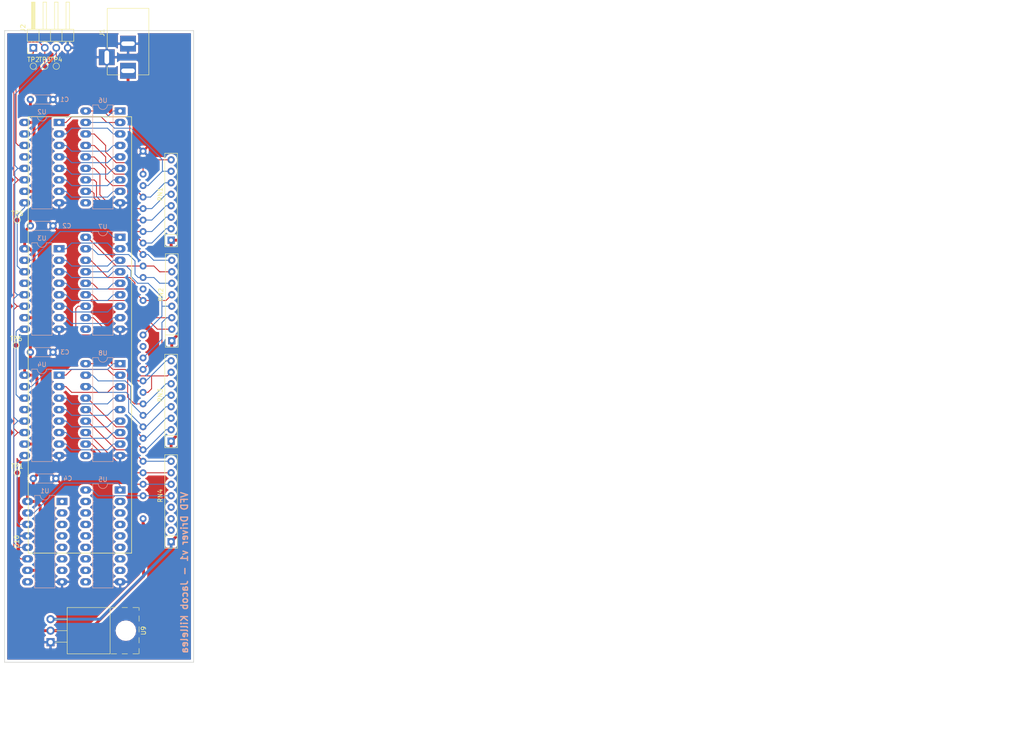
<source format=kicad_pcb>
(kicad_pcb (version 20171130) (host pcbnew 5.0.2-bee76a0~70~ubuntu16.04.1)
  (layers (0 F.Cu signal) (31 B.Cu signal) (34 B.Paste user) (35 F.Paste user) (36 B.SilkS user) (37 F.SilkS user) (38 B.Mask user) (39 F.Mask user) (44 Edge.Cuts user))
  (net 0 "")
  (net 1 FILAMENT)
  (net 2 GND)
  (net 3 +12V)
  (net 4 DATA)
  (net 5 CLOCK)
  (net 6 LATCH)
  (net 7 "Net-(U2-Pad1)")
  (net 8 "Net-(U2-Pad2)")
  (net 9 "Net-(U2-Pad3)")
  (net 10 "Net-(U2-Pad4)")
  (net 11 "Net-(U2-Pad5)")
  (net 12 "Net-(U2-Pad6)")
  (net 13 "Net-(U2-Pad7)")
  (net 14 "Net-(U2-Pad15)")
  (net 15 "Net-(U3-Pad1)")
  (net 16 "Net-(U3-Pad2)")
  (net 17 "Net-(U3-Pad3)")
  (net 18 "Net-(U3-Pad4)")
  (net 19 "Net-(U3-Pad5)")
  (net 20 "Net-(U3-Pad6)")
  (net 21 "Net-(U3-Pad7)")
  (net 22 "Net-(U3-Pad15)")
  (net 23 "Net-(U4-Pad1)")
  (net 24 "Net-(U4-Pad2)")
  (net 25 "Net-(U4-Pad3)")
  (net 26 "Net-(U4-Pad4)")
  (net 27 "Net-(U4-Pad5)")
  (net 28 "Net-(U4-Pad6)")
  (net 29 "Net-(U4-Pad7)")
  (net 30 "Net-(U4-Pad15)")
  (net 31 "Net-(U1-Pad15)")
  (net 32 /P)
  (net 33 /G2)
  (net 34 /L)
  (net 35 /E)
  (net 36 /M)
  (net 37 /G1)
  (net 38 /F)
  (net 39 /G5)
  (net 40 /O)
  (net 41 /G4)
  (net 42 /D)
  (net 43 /J)
  (net 44 /G3)
  (net 45 /K)
  (net 46 /G)
  (net 47 /G8)
  (net 48 /N)
  (net 49 /I)
  (net 50 /G7)
  (net 51 /C)
  (net 52 /G6)
  (net 53 /A)
  (net 54 /G9)
  (net 55 /B)
  (net 56 /H)
  (net 57 "Net-(TP1-Pad1)")
  (net 58 "Net-(TP5-Pad1)")
  (net 59 "Net-(TP6-Pad1)")
  (module Capacitors_ThroughHole:C_Disc_D4.3mm_W1.9mm_P5.00mm (layer B.Cu) (at 56.365 50.8)
    (fp_text reference C1 (at 7.54 0) (layer B.SilkS) (effects (justify mirror)))
    (fp_text value 0.1uF)
    (pad 1 thru_hole circle (at 0 0) (size 1.6 1.6) (drill 0.8) (layers *.Cu *.Mask) (net 1 FILAMENT))
    (pad 2 thru_hole circle (at 5 0) (size 1.6 1.6) (drill 0.8) (layers *.Cu *.Mask) (net 2 GND))
  )
  (module Capacitors_ThroughHole:C_Disc_D4.3mm_W1.9mm_P5.00mm (layer B.Cu) (at 56.365 78.74)
    (fp_text reference C2 (at 8.048 0) (layer B.SilkS) (effects (justify mirror)))
    (fp_text value 0.1uF)
    (pad 1 thru_hole circle (at 0 0) (size 1.6 1.6) (drill 0.8) (layers *.Cu *.Mask) (net 1 FILAMENT))
    (pad 2 thru_hole circle (at 5 0) (size 1.6 1.6) (drill 0.8) (layers *.Cu *.Mask) (net 2 GND))
  )
  (module Capacitors_ThroughHole:C_Disc_D4.3mm_W1.9mm_P5.00mm (layer B.Cu) (at 56.365 106.68)
    (fp_text reference C3 (at 7.62 0) (layer B.SilkS) (effects (justify mirror)))
    (fp_text value 0.1uF)
    (pad 1 thru_hole circle (at 0 0) (size 1.6 1.6) (drill 0.8) (layers *.Cu *.Mask) (net 1 FILAMENT))
    (pad 2 thru_hole circle (at 5 0) (size 1.6 1.6) (drill 0.8) (layers *.Cu *.Mask) (net 2 GND))
  )
  (module Capacitors_ThroughHole:C_Disc_D4.3mm_W1.9mm_P5.00mm (layer B.Cu) (at 57 134.62)
    (fp_text reference C4 (at 7.62 0) (layer B.SilkS) (effects (justify mirror)))
    (fp_text value 0.1uF)
    (pad 1 thru_hole circle (at 0 0) (size 1.6 1.6) (drill 0.8) (layers *.Cu *.Mask) (net 1 FILAMENT))
    (pad 2 thru_hole circle (at 5 0) (size 1.6 1.6) (drill 0.8) (layers *.Cu *.Mask) (net 2 GND))
  )
  (module Connect:BARREL_JACK (layer F.Cu) (at 77.955 44.45 270)
    (fp_text reference J1 (at -8.45 5.75 90) (layer F.SilkS))
    (fp_text value Barrel_Jack)
    (pad 1 thru_hole rect (at 0 0 270) (size 3.5 3.5) (drill oval 1 3) (layers *.Cu *.Mask) (net 3 +12V))
    (pad 2 thru_hole rect (at -6 0 270) (size 3.5 3.5) (drill oval 1 3) (layers *.Cu *.Mask) (net 2 GND))
    (pad 3 thru_hole rect (at -3 4.7 270) (size 3.5 3.5) (drill oval 3 1) (layers *.Cu *.Mask) (net 2 GND))
  )
  (module Pin_Headers:Pin_Header_Angled_1x04_Pitch2.54mm (layer F.Cu) (at 57 39.37 90)
    (fp_text reference J2 (at 4.385 -2.27 90) (layer F.SilkS))
    (fp_text value Conn_01x04)
    (pad 1 thru_hole rect (at 0 0 90) (size 1.7 1.7) (drill 1) (layers *.Cu *.Mask) (net 4 DATA))
    (pad 2 thru_hole oval (at 0 2.54 90) (size 1.7 1.7) (drill 1) (layers *.Cu *.Mask) (net 5 CLOCK))
    (pad 3 thru_hole oval (at 0 5.08 90) (size 1.7 1.7) (drill 1) (layers *.Cu *.Mask) (net 6 LATCH))
    (pad 4 thru_hole oval (at 0 7.62 90) (size 1.7 1.7) (drill 1) (layers *.Cu *.Mask) (net 2 GND))
  )
  (module Housings_DIP:DIP-18_W7.62mm_LongPads (layer B.Cu) (at 76.2 137.16 180)
    (fp_text reference U5 (at 3.81 2.33 180) (layer B.SilkS) (effects (justify mirror)))
    (fp_text value ULN2803A)
    (pad 1 thru_hole rect (at 0 0 180) (size 2.4 1.6) (drill 0.8) (layers *.Cu *.Mask) (net 31 "Net-(U1-Pad15)"))
    (pad 10 thru_hole oval (at 7.62 -20.32 180) (size 2.4 1.6) (drill 0.8) (layers *.Cu *.Mask))
    (pad 2 thru_hole oval (at 0 -2.54 180) (size 2.4 1.6) (drill 0.8) (layers *.Cu *.Mask))
    (pad 11 thru_hole oval (at 7.62 -17.78 180) (size 2.4 1.6) (drill 0.8) (layers *.Cu *.Mask))
    (pad 3 thru_hole oval (at 0 -5.08 180) (size 2.4 1.6) (drill 0.8) (layers *.Cu *.Mask))
    (pad 12 thru_hole oval (at 7.62 -15.24 180) (size 2.4 1.6) (drill 0.8) (layers *.Cu *.Mask))
    (pad 4 thru_hole oval (at 0 -7.62 180) (size 2.4 1.6) (drill 0.8) (layers *.Cu *.Mask))
    (pad 13 thru_hole oval (at 7.62 -12.7 180) (size 2.4 1.6) (drill 0.8) (layers *.Cu *.Mask))
    (pad 5 thru_hole oval (at 0 -10.16 180) (size 2.4 1.6) (drill 0.8) (layers *.Cu *.Mask))
    (pad 14 thru_hole oval (at 7.62 -10.16 180) (size 2.4 1.6) (drill 0.8) (layers *.Cu *.Mask))
    (pad 6 thru_hole oval (at 0 -12.7 180) (size 2.4 1.6) (drill 0.8) (layers *.Cu *.Mask))
    (pad 15 thru_hole oval (at 7.62 -7.62 180) (size 2.4 1.6) (drill 0.8) (layers *.Cu *.Mask))
    (pad 7 thru_hole oval (at 0 -15.24 180) (size 2.4 1.6) (drill 0.8) (layers *.Cu *.Mask))
    (pad 16 thru_hole oval (at 7.62 -5.08 180) (size 2.4 1.6) (drill 0.8) (layers *.Cu *.Mask))
    (pad 8 thru_hole oval (at 0 -17.78 180) (size 2.4 1.6) (drill 0.8) (layers *.Cu *.Mask))
    (pad 17 thru_hole oval (at 7.62 -2.54 180) (size 2.4 1.6) (drill 0.8) (layers *.Cu *.Mask))
    (pad 9 thru_hole oval (at 0 -20.32 180) (size 2.4 1.6) (drill 0.8) (layers *.Cu *.Mask) (net 2 GND))
    (pad 18 thru_hole oval (at 7.62 0 180) (size 2.4 1.6) (drill 0.8) (layers *.Cu *.Mask) (net 38 /F))
  )
  (module Housings_DIP:DIP-18_W7.62mm_LongPads (layer B.Cu) (at 76.2 53.34 180)
    (fp_text reference U6 (at 3.81 2.33 180) (layer B.SilkS) (effects (justify mirror)))
    (fp_text value ULN2803A)
    (pad 1 thru_hole rect (at 0 0 180) (size 2.4 1.6) (drill 0.8) (layers *.Cu *.Mask) (net 14 "Net-(U2-Pad15)"))
    (pad 10 thru_hole oval (at 7.62 -20.32 180) (size 2.4 1.6) (drill 0.8) (layers *.Cu *.Mask))
    (pad 2 thru_hole oval (at 0 -2.54 180) (size 2.4 1.6) (drill 0.8) (layers *.Cu *.Mask) (net 7 "Net-(U2-Pad1)"))
    (pad 11 thru_hole oval (at 7.62 -17.78 180) (size 2.4 1.6) (drill 0.8) (layers *.Cu *.Mask) (net 49 /I))
    (pad 3 thru_hole oval (at 0 -5.08 180) (size 2.4 1.6) (drill 0.8) (layers *.Cu *.Mask) (net 8 "Net-(U2-Pad2)"))
    (pad 12 thru_hole oval (at 7.62 -15.24 180) (size 2.4 1.6) (drill 0.8) (layers *.Cu *.Mask) (net 48 /N))
    (pad 4 thru_hole oval (at 0 -7.62 180) (size 2.4 1.6) (drill 0.8) (layers *.Cu *.Mask) (net 9 "Net-(U2-Pad3)"))
    (pad 13 thru_hole oval (at 7.62 -12.7 180) (size 2.4 1.6) (drill 0.8) (layers *.Cu *.Mask) (net 47 /G8))
    (pad 5 thru_hole oval (at 0 -10.16 180) (size 2.4 1.6) (drill 0.8) (layers *.Cu *.Mask) (net 10 "Net-(U2-Pad4)"))
    (pad 14 thru_hole oval (at 7.62 -10.16 180) (size 2.4 1.6) (drill 0.8) (layers *.Cu *.Mask) (net 46 /G))
    (pad 6 thru_hole oval (at 0 -12.7 180) (size 2.4 1.6) (drill 0.8) (layers *.Cu *.Mask) (net 11 "Net-(U2-Pad5)"))
    (pad 15 thru_hole oval (at 7.62 -7.62 180) (size 2.4 1.6) (drill 0.8) (layers *.Cu *.Mask) (net 56 /H))
    (pad 7 thru_hole oval (at 0 -15.24 180) (size 2.4 1.6) (drill 0.8) (layers *.Cu *.Mask) (net 12 "Net-(U2-Pad6)"))
    (pad 16 thru_hole oval (at 7.62 -5.08 180) (size 2.4 1.6) (drill 0.8) (layers *.Cu *.Mask) (net 55 /B))
    (pad 8 thru_hole oval (at 0 -17.78 180) (size 2.4 1.6) (drill 0.8) (layers *.Cu *.Mask) (net 13 "Net-(U2-Pad7)"))
    (pad 17 thru_hole oval (at 7.62 -2.54 180) (size 2.4 1.6) (drill 0.8) (layers *.Cu *.Mask) (net 54 /G9))
    (pad 9 thru_hole oval (at 0 -20.32 180) (size 2.4 1.6) (drill 0.8) (layers *.Cu *.Mask) (net 2 GND))
    (pad 18 thru_hole oval (at 7.62 0 180) (size 2.4 1.6) (drill 0.8) (layers *.Cu *.Mask) (net 53 /A))
  )
  (module Housings_DIP:DIP-18_W7.62mm_LongPads (layer B.Cu) (at 76.2 81.28 180)
    (fp_text reference U7 (at 3.81 2.33 180) (layer B.SilkS) (effects (justify mirror)))
    (fp_text value ULN2803A)
    (pad 1 thru_hole rect (at 0 0 180) (size 2.4 1.6) (drill 0.8) (layers *.Cu *.Mask) (net 22 "Net-(U3-Pad15)"))
    (pad 10 thru_hole oval (at 7.62 -20.32 180) (size 2.4 1.6) (drill 0.8) (layers *.Cu *.Mask))
    (pad 2 thru_hole oval (at 0 -2.54 180) (size 2.4 1.6) (drill 0.8) (layers *.Cu *.Mask) (net 15 "Net-(U3-Pad1)"))
    (pad 11 thru_hole oval (at 7.62 -17.78 180) (size 2.4 1.6) (drill 0.8) (layers *.Cu *.Mask) (net 43 /J))
    (pad 3 thru_hole oval (at 0 -5.08 180) (size 2.4 1.6) (drill 0.8) (layers *.Cu *.Mask) (net 16 "Net-(U3-Pad2)"))
    (pad 12 thru_hole oval (at 7.62 -15.24 180) (size 2.4 1.6) (drill 0.8) (layers *.Cu *.Mask) (net 42 /D))
    (pad 4 thru_hole oval (at 0 -7.62 180) (size 2.4 1.6) (drill 0.8) (layers *.Cu *.Mask) (net 17 "Net-(U3-Pad3)"))
    (pad 13 thru_hole oval (at 7.62 -12.7 180) (size 2.4 1.6) (drill 0.8) (layers *.Cu *.Mask) (net 41 /G4))
    (pad 5 thru_hole oval (at 0 -10.16 180) (size 2.4 1.6) (drill 0.8) (layers *.Cu *.Mask) (net 18 "Net-(U3-Pad4)"))
    (pad 14 thru_hole oval (at 7.62 -10.16 180) (size 2.4 1.6) (drill 0.8) (layers *.Cu *.Mask) (net 40 /O))
    (pad 6 thru_hole oval (at 0 -12.7 180) (size 2.4 1.6) (drill 0.8) (layers *.Cu *.Mask) (net 19 "Net-(U3-Pad5)"))
    (pad 15 thru_hole oval (at 7.62 -7.62 180) (size 2.4 1.6) (drill 0.8) (layers *.Cu *.Mask) (net 39 /G5))
    (pad 7 thru_hole oval (at 0 -15.24 180) (size 2.4 1.6) (drill 0.8) (layers *.Cu *.Mask) (net 20 "Net-(U3-Pad6)"))
    (pad 16 thru_hole oval (at 7.62 -5.08 180) (size 2.4 1.6) (drill 0.8) (layers *.Cu *.Mask) (net 52 /G6))
    (pad 8 thru_hole oval (at 0 -17.78 180) (size 2.4 1.6) (drill 0.8) (layers *.Cu *.Mask) (net 21 "Net-(U3-Pad7)"))
    (pad 17 thru_hole oval (at 7.62 -2.54 180) (size 2.4 1.6) (drill 0.8) (layers *.Cu *.Mask) (net 51 /C))
    (pad 9 thru_hole oval (at 0 -20.32 180) (size 2.4 1.6) (drill 0.8) (layers *.Cu *.Mask) (net 2 GND))
    (pad 18 thru_hole oval (at 7.62 0 180) (size 2.4 1.6) (drill 0.8) (layers *.Cu *.Mask) (net 50 /G7))
  )
  (module Housings_DIP:DIP-18_W7.62mm_LongPads (layer B.Cu) (at 76.2 109.22 180)
    (fp_text reference U8 (at 3.81 2.33 180) (layer B.SilkS) (effects (justify mirror)))
    (fp_text value ULN2803A)
    (pad 1 thru_hole rect (at 0 0 180) (size 2.4 1.6) (drill 0.8) (layers *.Cu *.Mask) (net 30 "Net-(U4-Pad15)"))
    (pad 10 thru_hole oval (at 7.62 -20.32 180) (size 2.4 1.6) (drill 0.8) (layers *.Cu *.Mask))
    (pad 2 thru_hole oval (at 0 -2.54 180) (size 2.4 1.6) (drill 0.8) (layers *.Cu *.Mask) (net 23 "Net-(U4-Pad1)"))
    (pad 11 thru_hole oval (at 7.62 -17.78 180) (size 2.4 1.6) (drill 0.8) (layers *.Cu *.Mask) (net 37 /G1))
    (pad 3 thru_hole oval (at 0 -5.08 180) (size 2.4 1.6) (drill 0.8) (layers *.Cu *.Mask) (net 24 "Net-(U4-Pad2)"))
    (pad 12 thru_hole oval (at 7.62 -15.24 180) (size 2.4 1.6) (drill 0.8) (layers *.Cu *.Mask) (net 36 /M))
    (pad 4 thru_hole oval (at 0 -7.62 180) (size 2.4 1.6) (drill 0.8) (layers *.Cu *.Mask) (net 25 "Net-(U4-Pad3)"))
    (pad 13 thru_hole oval (at 7.62 -12.7 180) (size 2.4 1.6) (drill 0.8) (layers *.Cu *.Mask) (net 35 /E))
    (pad 5 thru_hole oval (at 0 -10.16 180) (size 2.4 1.6) (drill 0.8) (layers *.Cu *.Mask) (net 26 "Net-(U4-Pad4)"))
    (pad 14 thru_hole oval (at 7.62 -10.16 180) (size 2.4 1.6) (drill 0.8) (layers *.Cu *.Mask) (net 34 /L))
    (pad 6 thru_hole oval (at 0 -12.7 180) (size 2.4 1.6) (drill 0.8) (layers *.Cu *.Mask) (net 27 "Net-(U4-Pad5)"))
    (pad 15 thru_hole oval (at 7.62 -7.62 180) (size 2.4 1.6) (drill 0.8) (layers *.Cu *.Mask) (net 33 /G2))
    (pad 7 thru_hole oval (at 0 -15.24 180) (size 2.4 1.6) (drill 0.8) (layers *.Cu *.Mask) (net 28 "Net-(U4-Pad6)"))
    (pad 16 thru_hole oval (at 7.62 -5.08 180) (size 2.4 1.6) (drill 0.8) (layers *.Cu *.Mask) (net 32 /P))
    (pad 8 thru_hole oval (at 0 -17.78 180) (size 2.4 1.6) (drill 0.8) (layers *.Cu *.Mask) (net 29 "Net-(U4-Pad7)"))
    (pad 17 thru_hole oval (at 7.62 -2.54 180) (size 2.4 1.6) (drill 0.8) (layers *.Cu *.Mask) (net 45 /K))
    (pad 9 thru_hole oval (at 0 -20.32 180) (size 2.4 1.6) (drill 0.8) (layers *.Cu *.Mask) (net 2 GND))
    (pad 18 thru_hole oval (at 7.62 0 180) (size 2.4 1.6) (drill 0.8) (layers *.Cu *.Mask) (net 44 /G3))
  )
  (module TO_SOT_Packages_THT:TO-220-3_Horizontal_Reversed (layer F.Cu) (at 60.81 170.815 90)
    (fp_text reference U9 (at 2.54 20.58 90) (layer F.SilkS))
    (fp_text value AZ1117-3.3)
    (pad 0 np_thru_hole oval (at 2.54 16.66 90) (size 3.5 3.5) (drill 3.5) (layers *.Cu *.Mask))
    (pad 1 thru_hole rect (at 0 0 90) (size 1.8 1.8) (drill 1) (layers *.Cu *.Mask) (net 2 GND))
    (pad 2 thru_hole oval (at 2.54 0 90) (size 1.8 1.8) (drill 1) (layers *.Cu *.Mask) (net 1 FILAMENT))
    (pad 3 thru_hole oval (at 5.08 0 90) (size 1.8 1.8) (drill 1) (layers *.Cu *.Mask) (net 3 +12V))
  )
  (module "Futaba_VFD:Futaba VFD" (layer F.Cu) (at 78.74 151.13 90)
    (fp_text reference U10 (at 2.54 -25.4 90) (layer F.SilkS))
    (fp_text value FutabaVFD)
    (pad 1 thru_hole oval (at 7.62 2.54 90) (size 1.524 1.524) (drill 0.762) (layers *.Cu *.Mask) (net 1 FILAMENT))
    (pad 2 thru_hole circle (at 12.7 2.54 90) (size 1.524 1.524) (drill 0.762) (layers *.Cu *.Mask) (net 38 /F))
    (pad 3 thru_hole circle (at 15.24 2.54 90) (size 1.524 1.524) (drill 0.762) (layers *.Cu *.Mask) (net 37 /G1))
    (pad 4 thru_hole circle (at 17.78 2.54 90) (size 1.524 1.524) (drill 0.762) (layers *.Cu *.Mask) (net 36 /M))
    (pad 5 thru_hole circle (at 20.32 2.54 90) (size 1.524 1.524) (drill 0.762) (layers *.Cu *.Mask) (net 35 /E))
    (pad 6 thru_hole circle (at 22.86 2.54 90) (size 1.524 1.524) (drill 0.762) (layers *.Cu *.Mask) (net 34 /L))
    (pad 7 thru_hole circle (at 25.4 2.54 90) (size 1.524 1.524) (drill 0.762) (layers *.Cu *.Mask) (net 33 /G2))
    (pad 8 thru_hole circle (at 27.94 2.54 90) (size 1.524 1.524) (drill 0.762) (layers *.Cu *.Mask) (net 32 /P))
    (pad 9 thru_hole circle (at 30.48 2.54 90) (size 1.524 1.524) (drill 0.762) (layers *.Cu *.Mask) (net 45 /K))
    (pad 10 thru_hole circle (at 33.02 2.54 90) (size 1.524 1.524) (drill 0.762) (layers *.Cu *.Mask) (net 44 /G3))
    (pad 11 thru_hole circle (at 35.56 2.54 90) (size 1.524 1.524) (drill 0.762) (layers *.Cu *.Mask) (net 43 /J))
    (pad 12 thru_hole circle (at 38.1 2.54 90) (size 1.524 1.524) (drill 0.762) (layers *.Cu *.Mask) (net 42 /D))
    (pad 13 thru_hole circle (at 40.64 2.54 90) (size 1.524 1.524) (drill 0.762) (layers *.Cu *.Mask) (net 41 /G4))
    (pad 14 thru_hole circle (at 43.18 2.54 90) (size 1.524 1.524) (drill 0.762) (layers *.Cu *.Mask) (net 40 /O))
    (pad 15 thru_hole circle (at 45.72 2.54 90) (size 1.524 1.524) (drill 0.762) (layers *.Cu *.Mask))
    (pad 16 thru_hole circle (at 48.26 2.54 90) (size 1.524 1.524) (drill 0.762) (layers *.Cu *.Mask) (net 39 /G5))
    (pad 17 thru_hole circle (at 55.88 2.54 90) (size 1.524 1.524) (drill 0.762) (layers *.Cu *.Mask) (net 52 /G6))
    (pad 18 thru_hole circle (at 58.42 2.54 90) (size 1.524 1.524) (drill 0.762) (layers *.Cu *.Mask))
    (pad 19 thru_hole circle (at 60.96 2.54 90) (size 1.524 1.524) (drill 0.762) (layers *.Cu *.Mask) (net 51 /C))
    (pad 20 thru_hole circle (at 63.5 2.54 90) (size 1.524 1.524) (drill 0.762) (layers *.Cu *.Mask) (net 50 /G7))
    (pad 21 thru_hole circle (at 66.04 2.54 90) (size 1.524 1.524) (drill 0.762) (layers *.Cu *.Mask) (net 49 /I))
    (pad 22 thru_hole circle (at 68.58 2.54 90) (size 1.524 1.524) (drill 0.762) (layers *.Cu *.Mask) (net 48 /N))
    (pad 23 thru_hole circle (at 71.12 2.54 90) (size 1.524 1.524) (drill 0.762) (layers *.Cu *.Mask) (net 47 /G8))
    (pad 24 thru_hole circle (at 73.66 2.54 90) (size 1.524 1.524) (drill 0.762) (layers *.Cu *.Mask) (net 46 /G))
    (pad 25 thru_hole circle (at 76.2 2.54 90) (size 1.524 1.524) (drill 0.762) (layers *.Cu *.Mask) (net 56 /H))
    (pad 26 thru_hole circle (at 78.74 2.54 90) (size 1.524 1.524) (drill 0.762) (layers *.Cu *.Mask) (net 55 /B))
    (pad 27 thru_hole circle (at 81.28 2.54 90) (size 1.524 1.524) (drill 0.762) (layers *.Cu *.Mask) (net 54 /G9))
    (pad 28 thru_hole circle (at 83.82 2.54 90) (size 1.524 1.524) (drill 0.762) (layers *.Cu *.Mask) (net 53 /A))
    (pad 29 thru_hole circle (at 88.9 2.54 90) (size 1.524 1.524) (drill 0.762) (layers *.Cu *.Mask) (net 2 GND))
  )
  (module Resistors_ThroughHole:R_Array_SIP8 (layer F.Cu) (at 87.48 81.915 90)
    (fp_text reference RN1 (at 10.16 -2.4 90) (layer F.SilkS))
    (fp_text value R_Network07)
    (pad 1 thru_hole rect (at 0 0 90) (size 1.6 1.6) (drill 0.8) (layers *.Cu *.Mask) (net 3 +12V))
    (pad 2 thru_hole oval (at 2.54 0 90) (size 1.6 1.6) (drill 0.8) (layers *.Cu *.Mask) (net 48 /N))
    (pad 3 thru_hole oval (at 5.08 0 90) (size 1.6 1.6) (drill 0.8) (layers *.Cu *.Mask) (net 47 /G8))
    (pad 4 thru_hole oval (at 7.62 0 90) (size 1.6 1.6) (drill 0.8) (layers *.Cu *.Mask) (net 46 /G))
    (pad 5 thru_hole oval (at 10.16 0 90) (size 1.6 1.6) (drill 0.8) (layers *.Cu *.Mask) (net 56 /H))
    (pad 6 thru_hole oval (at 12.7 0 90) (size 1.6 1.6) (drill 0.8) (layers *.Cu *.Mask) (net 55 /B))
    (pad 7 thru_hole oval (at 15.24 0 90) (size 1.6 1.6) (drill 0.8) (layers *.Cu *.Mask) (net 54 /G9))
    (pad 8 thru_hole oval (at 17.78 0 90) (size 1.6 1.6) (drill 0.8) (layers *.Cu *.Mask) (net 53 /A))
  )
  (module Resistors_ThroughHole:R_Array_SIP8 (layer F.Cu) (at 87.63 104.14 90)
    (fp_text reference RN2 (at 10.16 -2.4 90) (layer F.SilkS))
    (fp_text value R_Network07)
    (pad 1 thru_hole rect (at 0 0 90) (size 1.6 1.6) (drill 0.8) (layers *.Cu *.Mask) (net 3 +12V))
    (pad 2 thru_hole oval (at 2.54 0 90) (size 1.6 1.6) (drill 0.8) (layers *.Cu *.Mask) (net 41 /G4))
    (pad 3 thru_hole oval (at 5.08 0 90) (size 1.6 1.6) (drill 0.8) (layers *.Cu *.Mask) (net 40 /O))
    (pad 4 thru_hole oval (at 7.62 0 90) (size 1.6 1.6) (drill 0.8) (layers *.Cu *.Mask) (net 39 /G5))
    (pad 5 thru_hole oval (at 10.16 0 90) (size 1.6 1.6) (drill 0.8) (layers *.Cu *.Mask) (net 52 /G6))
    (pad 6 thru_hole oval (at 12.7 0 90) (size 1.6 1.6) (drill 0.8) (layers *.Cu *.Mask) (net 51 /C))
    (pad 7 thru_hole oval (at 15.24 0 90) (size 1.6 1.6) (drill 0.8) (layers *.Cu *.Mask) (net 50 /G7))
    (pad 8 thru_hole oval (at 17.78 0 90) (size 1.6 1.6) (drill 0.8) (layers *.Cu *.Mask) (net 49 /I))
  )
  (module Resistors_ThroughHole:R_Array_SIP8 (layer F.Cu) (at 87.48 126.365 90)
    (fp_text reference RN3 (at 10.16 -2.4 90) (layer F.SilkS))
    (fp_text value R_Network07)
    (pad 1 thru_hole rect (at 0 0 90) (size 1.6 1.6) (drill 0.8) (layers *.Cu *.Mask) (net 3 +12V))
    (pad 2 thru_hole oval (at 2.54 0 90) (size 1.6 1.6) (drill 0.8) (layers *.Cu *.Mask) (net 34 /L))
    (pad 3 thru_hole oval (at 5.08 0 90) (size 1.6 1.6) (drill 0.8) (layers *.Cu *.Mask) (net 33 /G2))
    (pad 4 thru_hole oval (at 7.62 0 90) (size 1.6 1.6) (drill 0.8) (layers *.Cu *.Mask) (net 32 /P))
    (pad 5 thru_hole oval (at 10.16 0 90) (size 1.6 1.6) (drill 0.8) (layers *.Cu *.Mask) (net 45 /K))
    (pad 6 thru_hole oval (at 12.7 0 90) (size 1.6 1.6) (drill 0.8) (layers *.Cu *.Mask) (net 44 /G3))
    (pad 7 thru_hole oval (at 15.24 0 90) (size 1.6 1.6) (drill 0.8) (layers *.Cu *.Mask) (net 43 /J))
    (pad 8 thru_hole oval (at 17.78 0 90) (size 1.6 1.6) (drill 0.8) (layers *.Cu *.Mask) (net 42 /D))
  )
  (module Resistors_ThroughHole:R_Array_SIP8 (layer F.Cu) (at 87.48 148.59 90)
    (fp_text reference RN4 (at 10.16 -2.4 90) (layer F.SilkS))
    (fp_text value R_Network07)
    (pad 1 thru_hole rect (at 0 0 90) (size 1.6 1.6) (drill 0.8) (layers *.Cu *.Mask) (net 3 +12V))
    (pad 2 thru_hole oval (at 2.54 0 90) (size 1.6 1.6) (drill 0.8) (layers *.Cu *.Mask))
    (pad 3 thru_hole oval (at 5.08 0 90) (size 1.6 1.6) (drill 0.8) (layers *.Cu *.Mask))
    (pad 4 thru_hole oval (at 7.62 0 90) (size 1.6 1.6) (drill 0.8) (layers *.Cu *.Mask))
    (pad 5 thru_hole oval (at 10.16 0 90) (size 1.6 1.6) (drill 0.8) (layers *.Cu *.Mask) (net 38 /F))
    (pad 6 thru_hole oval (at 12.7 0 90) (size 1.6 1.6) (drill 0.8) (layers *.Cu *.Mask) (net 37 /G1))
    (pad 7 thru_hole oval (at 15.24 0 90) (size 1.6 1.6) (drill 0.8) (layers *.Cu *.Mask) (net 36 /M))
    (pad 8 thru_hole oval (at 17.78 0 90) (size 1.6 1.6) (drill 0.8) (layers *.Cu *.Mask) (net 35 /E))
  )
  (module Housings_DIP:DIP-16_W7.62mm_LongPads (layer B.Cu) (at 63.35 139.7 180)
    (fp_text reference U1 (at 3.81 2.33 180) (layer B.SilkS) (effects (justify mirror)))
    (fp_text value 74HC595)
    (pad 16 thru_hole oval (at 7.62 0 180) (size 2.4 1.6) (drill 0.8) (layers *.Cu *.Mask) (net 1 FILAMENT))
    (pad 8 thru_hole oval (at 0 -17.78 180) (size 2.4 1.6) (drill 0.8) (layers *.Cu *.Mask) (net 2 GND))
    (pad 15 thru_hole oval (at 7.62 -2.54 180) (size 2.4 1.6) (drill 0.8) (layers *.Cu *.Mask) (net 31 "Net-(U1-Pad15)"))
    (pad 7 thru_hole oval (at 0 -15.24 180) (size 2.4 1.6) (drill 0.8) (layers *.Cu *.Mask))
    (pad 14 thru_hole oval (at 7.62 -5.08 180) (size 2.4 1.6) (drill 0.8) (layers *.Cu *.Mask) (net 57 "Net-(TP1-Pad1)"))
    (pad 6 thru_hole oval (at 0 -12.7 180) (size 2.4 1.6) (drill 0.8) (layers *.Cu *.Mask))
    (pad 13 thru_hole oval (at 7.62 -7.62 180) (size 2.4 1.6) (drill 0.8) (layers *.Cu *.Mask) (net 2 GND))
    (pad 5 thru_hole oval (at 0 -10.16 180) (size 2.4 1.6) (drill 0.8) (layers *.Cu *.Mask))
    (pad 12 thru_hole oval (at 7.62 -10.16 180) (size 2.4 1.6) (drill 0.8) (layers *.Cu *.Mask) (net 6 LATCH))
    (pad 4 thru_hole oval (at 0 -7.62 180) (size 2.4 1.6) (drill 0.8) (layers *.Cu *.Mask))
    (pad 11 thru_hole oval (at 7.62 -12.7 180) (size 2.4 1.6) (drill 0.8) (layers *.Cu *.Mask) (net 5 CLOCK))
    (pad 3 thru_hole oval (at 0 -5.08 180) (size 2.4 1.6) (drill 0.8) (layers *.Cu *.Mask))
    (pad 10 thru_hole oval (at 7.62 -15.24 180) (size 2.4 1.6) (drill 0.8) (layers *.Cu *.Mask) (net 1 FILAMENT))
    (pad 2 thru_hole oval (at 0 -2.54 180) (size 2.4 1.6) (drill 0.8) (layers *.Cu *.Mask))
    (pad 9 thru_hole oval (at 7.62 -17.78 180) (size 2.4 1.6) (drill 0.8) (layers *.Cu *.Mask))
    (pad 1 thru_hole rect (at 0 0 180) (size 2.4 1.6) (drill 0.8) (layers *.Cu *.Mask))
  )
  (module Housings_DIP:DIP-16_W7.62mm_LongPads (layer B.Cu) (at 62.715 55.88 180)
    (fp_text reference U2 (at 3.81 2.33) (layer B.SilkS) (effects (justify mirror)))
    (fp_text value 74HC595)
    (pad 1 thru_hole rect (at 0 0 180) (size 2.4 1.6) (drill 0.8) (layers *.Cu *.Mask) (net 7 "Net-(U2-Pad1)"))
    (pad 9 thru_hole oval (at 7.62 -17.78 180) (size 2.4 1.6) (drill 0.8) (layers *.Cu *.Mask) (net 58 "Net-(TP5-Pad1)"))
    (pad 2 thru_hole oval (at 0 -2.54 180) (size 2.4 1.6) (drill 0.8) (layers *.Cu *.Mask) (net 8 "Net-(U2-Pad2)"))
    (pad 10 thru_hole oval (at 7.62 -15.24 180) (size 2.4 1.6) (drill 0.8) (layers *.Cu *.Mask) (net 1 FILAMENT))
    (pad 3 thru_hole oval (at 0 -5.08 180) (size 2.4 1.6) (drill 0.8) (layers *.Cu *.Mask) (net 9 "Net-(U2-Pad3)"))
    (pad 11 thru_hole oval (at 7.62 -12.7 180) (size 2.4 1.6) (drill 0.8) (layers *.Cu *.Mask) (net 5 CLOCK))
    (pad 4 thru_hole oval (at 0 -7.62 180) (size 2.4 1.6) (drill 0.8) (layers *.Cu *.Mask) (net 10 "Net-(U2-Pad4)"))
    (pad 12 thru_hole oval (at 7.62 -10.16 180) (size 2.4 1.6) (drill 0.8) (layers *.Cu *.Mask) (net 6 LATCH))
    (pad 5 thru_hole oval (at 0 -10.16 180) (size 2.4 1.6) (drill 0.8) (layers *.Cu *.Mask) (net 11 "Net-(U2-Pad5)"))
    (pad 13 thru_hole oval (at 7.62 -7.62 180) (size 2.4 1.6) (drill 0.8) (layers *.Cu *.Mask) (net 2 GND))
    (pad 6 thru_hole oval (at 0 -12.7 180) (size 2.4 1.6) (drill 0.8) (layers *.Cu *.Mask) (net 12 "Net-(U2-Pad6)"))
    (pad 14 thru_hole oval (at 7.62 -5.08 180) (size 2.4 1.6) (drill 0.8) (layers *.Cu *.Mask) (net 4 DATA))
    (pad 7 thru_hole oval (at 0 -15.24 180) (size 2.4 1.6) (drill 0.8) (layers *.Cu *.Mask) (net 13 "Net-(U2-Pad7)"))
    (pad 15 thru_hole oval (at 7.62 -2.54 180) (size 2.4 1.6) (drill 0.8) (layers *.Cu *.Mask) (net 14 "Net-(U2-Pad15)"))
    (pad 8 thru_hole oval (at 0 -17.78 180) (size 2.4 1.6) (drill 0.8) (layers *.Cu *.Mask) (net 2 GND))
    (pad 16 thru_hole oval (at 7.62 0 180) (size 2.4 1.6) (drill 0.8) (layers *.Cu *.Mask) (net 1 FILAMENT))
  )
  (module Housings_DIP:DIP-16_W7.62mm_LongPads (layer B.Cu) (at 62.715 83.82 180)
    (fp_text reference U3 (at 3.81 2.33 180) (layer B.SilkS) (effects (justify mirror)))
    (fp_text value 74HC595)
    (pad 16 thru_hole oval (at 7.62 0 180) (size 2.4 1.6) (drill 0.8) (layers *.Cu *.Mask) (net 1 FILAMENT))
    (pad 8 thru_hole oval (at 0 -17.78 180) (size 2.4 1.6) (drill 0.8) (layers *.Cu *.Mask) (net 2 GND))
    (pad 15 thru_hole oval (at 7.62 -2.54 180) (size 2.4 1.6) (drill 0.8) (layers *.Cu *.Mask) (net 22 "Net-(U3-Pad15)"))
    (pad 7 thru_hole oval (at 0 -15.24 180) (size 2.4 1.6) (drill 0.8) (layers *.Cu *.Mask) (net 21 "Net-(U3-Pad7)"))
    (pad 14 thru_hole oval (at 7.62 -5.08 180) (size 2.4 1.6) (drill 0.8) (layers *.Cu *.Mask) (net 58 "Net-(TP5-Pad1)"))
    (pad 6 thru_hole oval (at 0 -12.7 180) (size 2.4 1.6) (drill 0.8) (layers *.Cu *.Mask) (net 20 "Net-(U3-Pad6)"))
    (pad 13 thru_hole oval (at 7.62 -7.62 180) (size 2.4 1.6) (drill 0.8) (layers *.Cu *.Mask) (net 2 GND))
    (pad 5 thru_hole oval (at 0 -10.16 180) (size 2.4 1.6) (drill 0.8) (layers *.Cu *.Mask) (net 19 "Net-(U3-Pad5)"))
    (pad 12 thru_hole oval (at 7.62 -10.16 180) (size 2.4 1.6) (drill 0.8) (layers *.Cu *.Mask) (net 6 LATCH))
    (pad 4 thru_hole oval (at 0 -7.62 180) (size 2.4 1.6) (drill 0.8) (layers *.Cu *.Mask) (net 18 "Net-(U3-Pad4)"))
    (pad 11 thru_hole oval (at 7.62 -12.7 180) (size 2.4 1.6) (drill 0.8) (layers *.Cu *.Mask) (net 5 CLOCK))
    (pad 3 thru_hole oval (at 0 -5.08 180) (size 2.4 1.6) (drill 0.8) (layers *.Cu *.Mask) (net 17 "Net-(U3-Pad3)"))
    (pad 10 thru_hole oval (at 7.62 -15.24 180) (size 2.4 1.6) (drill 0.8) (layers *.Cu *.Mask) (net 1 FILAMENT))
    (pad 2 thru_hole oval (at 0 -2.54 180) (size 2.4 1.6) (drill 0.8) (layers *.Cu *.Mask) (net 16 "Net-(U3-Pad2)"))
    (pad 9 thru_hole oval (at 7.62 -17.78 180) (size 2.4 1.6) (drill 0.8) (layers *.Cu *.Mask) (net 59 "Net-(TP6-Pad1)"))
    (pad 1 thru_hole rect (at 0 0 180) (size 2.4 1.6) (drill 0.8) (layers *.Cu *.Mask) (net 15 "Net-(U3-Pad1)"))
  )
  (module Housings_DIP:DIP-16_W7.62mm_LongPads (layer B.Cu) (at 62.715 111.76 180)
    (fp_text reference U4 (at 3.81 2.33 180) (layer B.SilkS) (effects (justify mirror)))
    (fp_text value 74HC595)
    (pad 1 thru_hole rect (at 0 0 180) (size 2.4 1.6) (drill 0.8) (layers *.Cu *.Mask) (net 23 "Net-(U4-Pad1)"))
    (pad 9 thru_hole oval (at 7.62 -17.78 180) (size 2.4 1.6) (drill 0.8) (layers *.Cu *.Mask) (net 57 "Net-(TP1-Pad1)"))
    (pad 2 thru_hole oval (at 0 -2.54 180) (size 2.4 1.6) (drill 0.8) (layers *.Cu *.Mask) (net 24 "Net-(U4-Pad2)"))
    (pad 10 thru_hole oval (at 7.62 -15.24 180) (size 2.4 1.6) (drill 0.8) (layers *.Cu *.Mask) (net 1 FILAMENT))
    (pad 3 thru_hole oval (at 0 -5.08 180) (size 2.4 1.6) (drill 0.8) (layers *.Cu *.Mask) (net 25 "Net-(U4-Pad3)"))
    (pad 11 thru_hole oval (at 7.62 -12.7 180) (size 2.4 1.6) (drill 0.8) (layers *.Cu *.Mask) (net 5 CLOCK))
    (pad 4 thru_hole oval (at 0 -7.62 180) (size 2.4 1.6) (drill 0.8) (layers *.Cu *.Mask) (net 26 "Net-(U4-Pad4)"))
    (pad 12 thru_hole oval (at 7.62 -10.16 180) (size 2.4 1.6) (drill 0.8) (layers *.Cu *.Mask) (net 6 LATCH))
    (pad 5 thru_hole oval (at 0 -10.16 180) (size 2.4 1.6) (drill 0.8) (layers *.Cu *.Mask) (net 27 "Net-(U4-Pad5)"))
    (pad 13 thru_hole oval (at 7.62 -7.62 180) (size 2.4 1.6) (drill 0.8) (layers *.Cu *.Mask) (net 2 GND))
    (pad 6 thru_hole oval (at 0 -12.7 180) (size 2.4 1.6) (drill 0.8) (layers *.Cu *.Mask) (net 28 "Net-(U4-Pad6)"))
    (pad 14 thru_hole oval (at 7.62 -5.08 180) (size 2.4 1.6) (drill 0.8) (layers *.Cu *.Mask) (net 59 "Net-(TP6-Pad1)"))
    (pad 7 thru_hole oval (at 0 -15.24 180) (size 2.4 1.6) (drill 0.8) (layers *.Cu *.Mask) (net 29 "Net-(U4-Pad7)"))
    (pad 15 thru_hole oval (at 7.62 -2.54 180) (size 2.4 1.6) (drill 0.8) (layers *.Cu *.Mask) (net 30 "Net-(U4-Pad15)"))
    (pad 8 thru_hole oval (at 0 -17.78 180) (size 2.4 1.6) (drill 0.8) (layers *.Cu *.Mask) (net 2 GND))
    (pad 16 thru_hole oval (at 7.62 0 180) (size 2.4 1.6) (drill 0.8) (layers *.Cu *.Mask) (net 1 FILAMENT))
  )
  (module TestPoint:TestPoint_Pad_D1.0mm (layer F.Cu) (at 53.444 133.35)
    (fp_text reference TP1 (at 0 -1.448) (layer F.SilkS))
    (fp_text value TestPoint)
    (pad 1 smd circle (at 0 0) (size 1 1) (layers F.Cu F.Mask) (net 57 "Net-(TP1-Pad1)"))
  )
  (module TestPoint:TestPoint_Pad_D1.0mm (layer F.Cu) (at 57 43.434)
    (fp_text reference TP2 (at 0 -1.448) (layer F.SilkS))
    (fp_text value TestPoint)
    (pad 1 smd circle (at 0 0) (size 1 1) (layers F.Cu F.Mask) (net 4 DATA))
  )
  (module TestPoint:TestPoint_Pad_D1.0mm (layer F.Cu) (at 59.54 43.434)
    (fp_text reference TP3 (at 0 -1.448) (layer F.SilkS))
    (fp_text value TestPoint)
    (pad 1 smd circle (at 0 0) (size 1 1) (layers F.Cu F.Mask) (net 5 CLOCK))
  )
  (module TestPoint:TestPoint_Pad_D1.0mm (layer F.Cu) (at 62.08 43.434)
    (fp_text reference TP4 (at 0 -1.448) (layer F.SilkS))
    (fp_text value TestPoint)
    (pad 1 smd circle (at 0 0) (size 1 1) (layers F.Cu F.Mask) (net 6 LATCH))
  )
  (module TestPoint:TestPoint_Pad_D1.0mm (layer F.Cu) (at 53.444 77.47)
    (fp_text reference TP5 (at 0 -1.448) (layer F.SilkS))
    (fp_text value TestPoint)
    (pad 1 smd circle (at 0 0) (size 1 1) (layers F.Cu F.Mask) (net 58 "Net-(TP5-Pad1)"))
  )
  (module TestPoint:TestPoint_Pad_D1.0mm (layer F.Cu) (at 53.19 105.156)
    (fp_text reference TP6 (at 0 -1.448) (layer F.SilkS))
    (fp_text value TestPoint)
    (pad 1 smd circle (at 0 0) (size 1 1) (layers F.Cu F.Mask) (net 59 "Net-(TP6-Pad1)"))
  )
  (gr_line (start 50.65 35.56) (end 92.433 35.56) (layer Edge.Cuts) (width 0.15))
  (gr_line (start 92.433 175.26) (end 50.65 175.26) (layer Edge.Cuts) (width 0.15))
  (gr_text "VFD Driver v1 - Jacob Killelea" (at 90.424 155.448 90) (layer B.SilkS) (effects (font (size 1.5 1.5) (thickness 0.3)) (justify mirror)))
  (gr_line (start 50.65 175.26) (end 50.65 35.56) (layer Edge.Cuts) (width 0.15))
  (gr_line (start 92.456 35.56) (end 92.456 175.26) (layer Edge.Cuts) (width 0.15))
  (segment (start 57.565 139.7) (end 58.524 140.659) (width 0.635) (layer F.Cu) (net 1))
  (segment (start 55.73 139.7) (end 57.565 139.7) (width 0.635) (layer F.Cu) (net 1))
  (segment (start 58.905 168.275) (end 60.81 168.275) (width 0.635) (layer F.Cu) (net 1))
  (segment (start 58.524 167.894) (end 58.905 168.275) (width 0.635) (layer F.Cu) (net 1))
  (segment (start 57.565 154.94) (end 58.524 154.94) (width 0.635) (layer F.Cu) (net 1))
  (segment (start 55.73 154.94) (end 57.565 154.94) (width 0.635) (layer F.Cu) (net 1))
  (segment (start 58.524 154.94) (end 58.524 167.894) (width 0.635) (layer F.Cu) (net 1))
  (segment (start 58.524 140.659) (end 58.524 154.94) (width 0.635) (layer F.Cu) (net 1))
  (segment (start 57 134.62) (end 57.799999 133.820001) (width 0.635) (layer F.Cu) (net 1))
  (segment (start 57.254 111.76) (end 55.095 111.76) (width 0.635) (layer F.Cu) (net 1))
  (segment (start 57.799999 112.305999) (end 57.254 111.76) (width 0.635) (layer F.Cu) (net 1))
  (segment (start 57.799999 127) (end 57.799999 112.305999) (width 0.635) (layer F.Cu) (net 1))
  (segment (start 56.93 127) (end 57.799999 127) (width 0.635) (layer F.Cu) (net 1))
  (segment (start 55.095 127) (end 56.93 127) (width 0.635) (layer F.Cu) (net 1))
  (segment (start 57.799999 133.820001) (end 57.799999 127) (width 0.635) (layer F.Cu) (net 1))
  (segment (start 55.095 99.06) (end 57.164999 99.06) (width 0.635) (layer F.Cu) (net 1))
  (segment (start 56.365 76.327) (end 56.365 78.74) (width 0.635) (layer F.Cu) (net 1))
  (segment (start 57.164999 75.527001) (end 56.365 76.327) (width 0.635) (layer F.Cu) (net 1))
  (segment (start 56.93 55.88) (end 57.164999 55.88) (width 0.635) (layer F.Cu) (net 1))
  (segment (start 55.095 55.88) (end 56.93 55.88) (width 0.635) (layer F.Cu) (net 1))
  (segment (start 56.93 71.12) (end 57.164999 71.12) (width 0.635) (layer F.Cu) (net 1))
  (segment (start 55.095 71.12) (end 56.93 71.12) (width 0.635) (layer F.Cu) (net 1))
  (segment (start 57.164999 71.12) (end 57.164999 75.527001) (width 0.635) (layer F.Cu) (net 1))
  (segment (start 57.164999 55.88) (end 57.164999 71.12) (width 0.635) (layer F.Cu) (net 1))
  (segment (start 62.082792 168.275) (end 60.81 168.275) (width 0.635) (layer F.Cu) (net 1))
  (segment (start 69.319 168.275) (end 62.082792 168.275) (width 0.635) (layer F.Cu) (net 1))
  (segment (start 81.28 143.51) (end 81.28 144.58763) (width 0.635) (layer F.Cu) (net 1))
  (segment (start 81.28 144.58763) (end 81.384 144.69163) (width 0.635) (layer F.Cu) (net 1))
  (segment (start 81.384 144.69163) (end 81.384 156.21) (width 0.635) (layer F.Cu) (net 1))
  (segment (start 81.384 156.21) (end 69.319 168.275) (width 0.635) (layer F.Cu) (net 1))
  (segment (start 56.365 104.431999) (end 57.164999 103.632) (width 0.635) (layer F.Cu) (net 1))
  (segment (start 56.365 106.68) (end 56.365 104.431999) (width 0.635) (layer F.Cu) (net 1))
  (segment (start 57.164999 103.632) (end 57.164999 99.06) (width 0.635) (layer F.Cu) (net 1))
  (segment (start 55.095 80.01) (end 56.365 78.74) (width 0.635) (layer F.Cu) (net 1))
  (segment (start 55.095 83.82) (end 55.095 80.01) (width 0.635) (layer F.Cu) (net 1))
  (segment (start 57.164999 85.344) (end 57.164999 99.06) (width 0.635) (layer F.Cu) (net 1))
  (segment (start 57.164999 84.746999) (end 57.164999 85.344) (width 0.635) (layer F.Cu) (net 1))
  (segment (start 56.238 83.82) (end 57.164999 84.746999) (width 0.635) (layer F.Cu) (net 1))
  (segment (start 55.095 83.82) (end 56.238 83.82) (width 0.635) (layer F.Cu) (net 1))
  (segment (start 57.164999 54.61) (end 57.164999 55.88) (width 0.635) (layer F.Cu) (net 1))
  (segment (start 56.365 53.810001) (end 57.164999 54.61) (width 0.635) (layer F.Cu) (net 1))
  (segment (start 56.365 50.8) (end 56.365 53.810001) (width 0.635) (layer F.Cu) (net 1))
  (segment (start 55.095 109.347) (end 55.095 111.76) (width 0.635) (layer F.Cu) (net 1))
  (segment (start 56.365 108.077) (end 55.095 109.347) (width 0.635) (layer F.Cu) (net 1))
  (segment (start 56.365 106.68) (end 56.365 108.077) (width 0.635) (layer F.Cu) (net 1))
  (segment (start 55.73 137.668) (end 55.73 139.7) (width 0.635) (layer F.Cu) (net 1))
  (segment (start 57 136.398) (end 55.73 137.668) (width 0.635) (layer F.Cu) (net 1))
  (segment (start 57 134.62) (end 57 136.398) (width 0.635) (layer F.Cu) (net 1))
  (segment (start 70.2524 165.735) (end 60.81 165.735) (width 0.635) (layer B.Cu) (net 3))
  (segment (start 87.48 150.025) (end 71.77 165.735) (width 0.635) (layer B.Cu) (net 3))
  (segment (start 71.77 165.735) (end 70.2524 165.735) (width 0.635) (layer B.Cu) (net 3))
  (segment (start 87.48 148.59) (end 87.48 150.025) (width 0.635) (layer B.Cu) (net 3))
  (segment (start 89.258 146.812) (end 87.48 148.59) (width 0.635) (layer F.Cu) (net 3))
  (segment (start 89.258 129.578) (end 89.258 146.812) (width 0.635) (layer F.Cu) (net 3))
  (segment (start 87.48 127.8) (end 89.258 129.578) (width 0.635) (layer F.Cu) (net 3))
  (segment (start 87.48 126.365) (end 87.48 127.8) (width 0.635) (layer F.Cu) (net 3))
  (segment (start 87.63 105.575) (end 87.63 104.14) (width 0.635) (layer F.Cu) (net 3))
  (segment (start 89.258 107.203) (end 87.63 105.575) (width 0.635) (layer F.Cu) (net 3))
  (segment (start 89.258 124.587) (end 89.258 107.203) (width 0.635) (layer F.Cu) (net 3))
  (segment (start 87.48 126.365) (end 89.258 124.587) (width 0.635) (layer F.Cu) (net 3))
  (segment (start 87.48 83.236) (end 87.48 81.915) (width 0.635) (layer F.Cu) (net 3))
  (segment (start 89.512 85.268) (end 87.48 83.236) (width 0.635) (layer F.Cu) (net 3))
  (segment (start 89.512 102.258) (end 89.512 85.268) (width 0.635) (layer F.Cu) (net 3))
  (segment (start 87.63 104.14) (end 89.512 102.258) (width 0.635) (layer F.Cu) (net 3))
  (segment (start 88.915 81.915) (end 89.512 81.318) (width 0.635) (layer F.Cu) (net 3))
  (segment (start 87.48 81.915) (end 88.915 81.915) (width 0.635) (layer F.Cu) (net 3))
  (segment (start 89.512 81.318) (end 89.512 59.436) (width 0.635) (layer F.Cu) (net 3))
  (segment (start 77.955 47.879) (end 77.955 44.45) (width 0.635) (layer F.Cu) (net 3))
  (segment (start 89.512 59.436) (end 77.955 47.879) (width 0.635) (layer F.Cu) (net 3))
  (segment (start 53.6918 60.96) (end 53.19 60.4582) (width 0.2032) (layer F.Cu) (net 4))
  (segment (start 55.095 60.96) (end 53.6918 60.96) (width 0.2032) (layer F.Cu) (net 4))
  (segment (start 53.19 44.2332) (end 57 40.4232) (width 0.2032) (layer F.Cu) (net 4))
  (segment (start 53.19 60.4582) (end 53.19 44.2332) (width 0.2032) (layer F.Cu) (net 4))
  (segment (start 57 40.4232) (end 57 43.434) (width 0.2032) (layer F.Cu) (net 4))
  (segment (start 57 39.37) (end 57 40.4232) (width 0.2032) (layer F.Cu) (net 4))
  (segment (start 55.095 96.52) (end 53.5899 96.52) (width 0.2032) (layer F.Cu) (net 5))
  (segment (start 55.095 124.46) (end 53.5899 124.46) (width 0.2032) (layer F.Cu) (net 5))
  (segment (start 55.095 68.58) (end 53.6918 68.58) (width 0.2032) (layer F.Cu) (net 5))
  (segment (start 53.444 96.52) (end 53.5899 96.52) (width 0.2032) (layer F.Cu) (net 5))
  (segment (start 53.6918 68.58) (end 52.682 69.5898) (width 0.2032) (layer F.Cu) (net 5))
  (segment (start 52.682 69.5898) (end 52.682 95.758) (width 0.2032) (layer F.Cu) (net 5))
  (segment (start 52.682 95.758) (end 53.444 96.52) (width 0.2032) (layer F.Cu) (net 5))
  (segment (start 52.682 123.5521) (end 53.5899 124.46) (width 0.2032) (layer F.Cu) (net 5))
  (segment (start 52.682 97.282) (end 52.682 123.5521) (width 0.2032) (layer F.Cu) (net 5))
  (segment (start 53.444 96.52) (end 52.682 97.282) (width 0.2032) (layer F.Cu) (net 5))
  (segment (start 54.2249 152.4) (end 55.73 152.4) (width 0.2032) (layer F.Cu) (net 5))
  (segment (start 52.682 125.3679) (end 52.682 150.8571) (width 0.2032) (layer F.Cu) (net 5))
  (segment (start 52.682 150.8571) (end 54.2249 152.4) (width 0.2032) (layer F.Cu) (net 5))
  (segment (start 53.5899 124.46) (end 52.682 125.3679) (width 0.2032) (layer F.Cu) (net 5))
  (segment (start 53.698 68.58) (end 55.095 68.58) (width 0.2032) (layer F.Cu) (net 5))
  (segment (start 52.682 67.564) (end 53.698 68.58) (width 0.2032) (layer F.Cu) (net 5))
  (segment (start 59.54 39.37) (end 58.27 38.1) (width 0.2032) (layer F.Cu) (net 5))
  (segment (start 58.27 38.1) (end 55.476 38.1) (width 0.2032) (layer F.Cu) (net 5))
  (segment (start 55.476 38.1) (end 52.682 40.894) (width 0.2032) (layer F.Cu) (net 5))
  (segment (start 52.682 40.894) (end 52.682 67.564) (width 0.2032) (layer F.Cu) (net 5))
  (segment (start 59.54 43.434) (end 59.54 39.37) (width 0.2032) (layer F.Cu) (net 5))
  (segment (start 55.095 93.98) (end 53.6916 93.98) (width 0.2032) (layer B.Cu) (net 6))
  (segment (start 53.6916 93.98) (end 53.59 93.98) (width 0.2032) (layer B.Cu) (net 6))
  (segment (start 55.095 121.92) (end 53.5899 121.92) (width 0.2032) (layer B.Cu) (net 6))
  (segment (start 55.095 66.04) (end 53.5899 66.04) (width 0.2032) (layer B.Cu) (net 6))
  (segment (start 52.936 49.6691) (end 52.936 65.3861) (width 0.2032) (layer B.Cu) (net 6))
  (segment (start 52.936 65.3861) (end 53.5899 66.04) (width 0.2032) (layer B.Cu) (net 6))
  (segment (start 62.08 40.5251) (end 52.936 49.6691) (width 0.2032) (layer B.Cu) (net 6))
  (segment (start 62.08 39.37) (end 62.08 40.5251) (width 0.2032) (layer B.Cu) (net 6))
  (segment (start 52.682 121.0121) (end 53.5899 121.92) (width 0.2032) (layer B.Cu) (net 6))
  (segment (start 52.682 94.888) (end 52.682 121.0121) (width 0.2032) (layer B.Cu) (net 6))
  (segment (start 53.59 93.98) (end 52.682 94.888) (width 0.2032) (layer B.Cu) (net 6))
  (segment (start 53.698 149.86) (end 55.73 149.86) (width 0.2032) (layer B.Cu) (net 6))
  (segment (start 52.682 148.844) (end 53.698 149.86) (width 0.2032) (layer B.Cu) (net 6))
  (segment (start 52.682 122.8279) (end 52.682 148.844) (width 0.2032) (layer B.Cu) (net 6))
  (segment (start 53.5899 121.92) (end 52.682 122.8279) (width 0.2032) (layer B.Cu) (net 6))
  (segment (start 62.08 43.434) (end 62.08 39.37) (width 0.2032) (layer F.Cu) (net 6))
  (segment (start 52.914199 66.715701) (end 52.914199 93.450199) (width 0.2032) (layer B.Cu) (net 6))
  (segment (start 53.5899 66.04) (end 52.914199 66.715701) (width 0.2032) (layer B.Cu) (net 6))
  (segment (start 52.914199 93.450199) (end 53.444 93.98) (width 0.2032) (layer B.Cu) (net 6))
  (segment (start 53.444 93.98) (end 53.59 93.98) (width 0.2032) (layer B.Cu) (net 6))
  (segment (start 73.256 55.88) (end 74.7968 55.88) (width 0.2032) (layer F.Cu) (net 7))
  (segment (start 62.715 55.88) (end 64.2201 55.88) (width 0.2032) (layer F.Cu) (net 7))
  (segment (start 64.2201 55.88) (end 65.4901 54.61) (width 0.2032) (layer F.Cu) (net 7))
  (segment (start 74.7968 55.88) (end 76.2 55.88) (width 0.2032) (layer F.Cu) (net 7))
  (segment (start 65.4901 54.61) (end 71.986 54.61) (width 0.2032) (layer F.Cu) (net 7))
  (segment (start 71.986 54.61) (end 73.256 55.88) (width 0.2032) (layer F.Cu) (net 7))
  (segment (start 74.6949 58.42) (end 76.2 58.42) (width 0.2032) (layer B.Cu) (net 8))
  (segment (start 64.2201 58.42) (end 65.4901 57.15) (width 0.2032) (layer B.Cu) (net 8))
  (segment (start 62.715 58.42) (end 64.2201 58.42) (width 0.2032) (layer B.Cu) (net 8))
  (segment (start 73.4249 57.15) (end 74.6949 58.42) (width 0.2032) (layer B.Cu) (net 8))
  (segment (start 65.4901 57.15) (end 73.4249 57.15) (width 0.2032) (layer B.Cu) (net 8))
  (segment (start 74.6949 60.96) (end 76.2 60.96) (width 0.2032) (layer B.Cu) (net 9))
  (segment (start 62.715 60.96) (end 64.2201 60.96) (width 0.2032) (layer B.Cu) (net 9))
  (segment (start 64.2201 60.96) (end 65.4901 62.23) (width 0.2032) (layer B.Cu) (net 9))
  (segment (start 65.4901 62.23) (end 73.4249 62.23) (width 0.2032) (layer B.Cu) (net 9))
  (segment (start 73.4249 62.23) (end 74.6949 60.96) (width 0.2032) (layer B.Cu) (net 9))
  (segment (start 74.6949 63.5) (end 76.2 63.5) (width 0.2032) (layer B.Cu) (net 10))
  (segment (start 62.715 63.5) (end 64.2201 63.5) (width 0.2032) (layer B.Cu) (net 10))
  (segment (start 65.4901 64.77) (end 73.4249 64.77) (width 0.2032) (layer B.Cu) (net 10))
  (segment (start 64.2201 63.5) (end 65.4901 64.77) (width 0.2032) (layer B.Cu) (net 10))
  (segment (start 73.4249 64.77) (end 74.6949 63.5) (width 0.2032) (layer B.Cu) (net 10))
  (segment (start 74.6949 66.04) (end 76.2 66.04) (width 0.2032) (layer B.Cu) (net 11))
  (segment (start 64.2201 66.04) (end 65.4901 67.31) (width 0.2032) (layer B.Cu) (net 11))
  (segment (start 62.715 66.04) (end 64.2201 66.04) (width 0.2032) (layer B.Cu) (net 11))
  (segment (start 65.4901 67.31) (end 73.4249 67.31) (width 0.2032) (layer B.Cu) (net 11))
  (segment (start 73.4249 67.31) (end 74.6949 66.04) (width 0.2032) (layer B.Cu) (net 11))
  (segment (start 74.6949 68.58) (end 76.2 68.58) (width 0.2032) (layer B.Cu) (net 12))
  (segment (start 62.715 68.58) (end 64.2201 68.58) (width 0.2032) (layer B.Cu) (net 12))
  (segment (start 64.2201 68.58) (end 65.4901 69.85) (width 0.2032) (layer B.Cu) (net 12))
  (segment (start 65.4901 69.85) (end 73.4249 69.85) (width 0.2032) (layer B.Cu) (net 12))
  (segment (start 73.4249 69.85) (end 74.6949 68.58) (width 0.2032) (layer B.Cu) (net 12))
  (segment (start 74.6949 71.12) (end 76.2 71.12) (width 0.2032) (layer B.Cu) (net 13))
  (segment (start 62.715 71.12) (end 64.2201 71.12) (width 0.2032) (layer B.Cu) (net 13))
  (segment (start 64.2201 71.12) (end 65.4901 72.39) (width 0.2032) (layer B.Cu) (net 13))
  (segment (start 65.4901 72.39) (end 73.4249 72.39) (width 0.2032) (layer B.Cu) (net 13))
  (segment (start 73.4249 72.39) (end 74.6949 71.12) (width 0.2032) (layer B.Cu) (net 13))
  (segment (start 56.6001 58.42) (end 60.4101 54.61) (width 0.2032) (layer B.Cu) (net 14))
  (segment (start 55.095 58.42) (end 56.6001 58.42) (width 0.2032) (layer B.Cu) (net 14))
  (segment (start 73.4249 54.61) (end 74.6949 53.34) (width 0.2032) (layer B.Cu) (net 14))
  (segment (start 74.6949 53.34) (end 76.2 53.34) (width 0.2032) (layer B.Cu) (net 14))
  (segment (start 60.4101 54.61) (end 73.4249 54.61) (width 0.2032) (layer B.Cu) (net 14))
  (segment (start 74.6949 83.82) (end 76.2 83.82) (width 0.2032) (layer B.Cu) (net 15))
  (segment (start 62.715 83.82) (end 64.2201 83.82) (width 0.2032) (layer B.Cu) (net 15))
  (segment (start 65.4901 82.55) (end 73.4249 82.55) (width 0.2032) (layer B.Cu) (net 15))
  (segment (start 73.4249 82.55) (end 74.6949 83.82) (width 0.2032) (layer B.Cu) (net 15))
  (segment (start 64.2201 83.82) (end 65.4901 82.55) (width 0.2032) (layer B.Cu) (net 15))
  (segment (start 74.6949 86.36) (end 76.2 86.36) (width 0.2032) (layer B.Cu) (net 16))
  (segment (start 62.715 86.36) (end 64.2201 86.36) (width 0.2032) (layer B.Cu) (net 16))
  (segment (start 64.2201 86.36) (end 65.4901 87.63) (width 0.2032) (layer B.Cu) (net 16))
  (segment (start 73.4249 87.63) (end 74.6949 86.36) (width 0.2032) (layer B.Cu) (net 16))
  (segment (start 65.4901 87.63) (end 73.4249 87.63) (width 0.2032) (layer B.Cu) (net 16))
  (segment (start 74.6949 88.9) (end 76.2 88.9) (width 0.2032) (layer B.Cu) (net 17))
  (segment (start 62.715 88.9) (end 64.2201 88.9) (width 0.2032) (layer B.Cu) (net 17))
  (segment (start 64.2201 88.9) (end 65.4901 90.17) (width 0.2032) (layer B.Cu) (net 17))
  (segment (start 65.4901 90.17) (end 73.4249 90.17) (width 0.2032) (layer B.Cu) (net 17))
  (segment (start 73.4249 90.17) (end 74.6949 88.9) (width 0.2032) (layer B.Cu) (net 17))
  (segment (start 74.6949 91.44) (end 76.2 91.44) (width 0.2032) (layer B.Cu) (net 18))
  (segment (start 62.715 91.44) (end 64.2201 91.44) (width 0.2032) (layer B.Cu) (net 18))
  (segment (start 64.2201 91.44) (end 65.4901 92.71) (width 0.2032) (layer B.Cu) (net 18))
  (segment (start 65.4901 92.71) (end 73.4249 92.71) (width 0.2032) (layer B.Cu) (net 18))
  (segment (start 73.4249 92.71) (end 74.6949 91.44) (width 0.2032) (layer B.Cu) (net 18))
  (segment (start 74.6949 93.98) (end 76.2 93.98) (width 0.2032) (layer B.Cu) (net 19))
  (segment (start 62.715 93.98) (end 64.2201 93.98) (width 0.2032) (layer B.Cu) (net 19))
  (segment (start 73.4249 95.25) (end 74.6949 93.98) (width 0.2032) (layer B.Cu) (net 19))
  (segment (start 64.2201 93.98) (end 65.4901 95.25) (width 0.2032) (layer B.Cu) (net 19))
  (segment (start 65.4901 95.25) (end 73.4249 95.25) (width 0.2032) (layer B.Cu) (net 19))
  (segment (start 74.6949 96.52) (end 76.2 96.52) (width 0.2032) (layer B.Cu) (net 20))
  (segment (start 62.715 96.52) (end 64.2201 96.52) (width 0.2032) (layer B.Cu) (net 20))
  (segment (start 73.4249 97.79) (end 74.6949 96.52) (width 0.2032) (layer B.Cu) (net 20))
  (segment (start 64.2201 96.52) (end 65.4901 97.79) (width 0.2032) (layer B.Cu) (net 20))
  (segment (start 65.4901 97.79) (end 73.4249 97.79) (width 0.2032) (layer B.Cu) (net 20))
  (segment (start 74.6949 99.06) (end 76.2 99.06) (width 0.2032) (layer B.Cu) (net 21))
  (segment (start 65.4901 100.33) (end 73.4249 100.33) (width 0.2032) (layer B.Cu) (net 21))
  (segment (start 73.4249 100.33) (end 74.6949 99.06) (width 0.2032) (layer B.Cu) (net 21))
  (segment (start 62.715 99.06) (end 64.2201 99.06) (width 0.2032) (layer B.Cu) (net 21))
  (segment (start 64.2201 99.06) (end 65.4901 100.33) (width 0.2032) (layer B.Cu) (net 21))
  (segment (start 74.6949 81.28) (end 76.2 81.28) (width 0.2032) (layer B.Cu) (net 22))
  (segment (start 55.095 86.36) (end 56.6001 86.36) (width 0.2032) (layer B.Cu) (net 22))
  (segment (start 56.6001 86.36) (end 62.9501 80.01) (width 0.2032) (layer B.Cu) (net 22))
  (segment (start 62.9501 80.01) (end 73.4249 80.01) (width 0.2032) (layer B.Cu) (net 22))
  (segment (start 73.4249 80.01) (end 74.6949 81.28) (width 0.2032) (layer B.Cu) (net 22))
  (segment (start 74.6949 111.76) (end 76.2 111.76) (width 0.2032) (layer F.Cu) (net 23))
  (segment (start 62.715 111.76) (end 64.2201 111.76) (width 0.2032) (layer F.Cu) (net 23))
  (segment (start 64.2201 111.76) (end 65.4901 110.49) (width 0.2032) (layer F.Cu) (net 23))
  (segment (start 65.4901 110.49) (end 73.4249 110.49) (width 0.2032) (layer F.Cu) (net 23))
  (segment (start 73.4249 110.49) (end 74.6949 111.76) (width 0.2032) (layer F.Cu) (net 23))
  (segment (start 74.6949 114.3) (end 76.2 114.3) (width 0.2032) (layer F.Cu) (net 24))
  (segment (start 62.715 114.3) (end 64.2201 114.3) (width 0.2032) (layer F.Cu) (net 24))
  (segment (start 65.4901 115.57) (end 73.4249 115.57) (width 0.2032) (layer F.Cu) (net 24))
  (segment (start 64.2201 114.3) (end 65.4901 115.57) (width 0.2032) (layer F.Cu) (net 24))
  (segment (start 73.4249 115.57) (end 74.6949 114.3) (width 0.2032) (layer F.Cu) (net 24))
  (segment (start 74.6949 116.84) (end 76.2 116.84) (width 0.2032) (layer B.Cu) (net 25))
  (segment (start 62.715 116.84) (end 64.2201 116.84) (width 0.2032) (layer B.Cu) (net 25))
  (segment (start 64.2201 116.84) (end 65.4901 118.11) (width 0.2032) (layer B.Cu) (net 25))
  (segment (start 65.4901 118.11) (end 73.4249 118.11) (width 0.2032) (layer B.Cu) (net 25))
  (segment (start 73.4249 118.11) (end 74.6949 116.84) (width 0.2032) (layer B.Cu) (net 25))
  (segment (start 74.6949 119.38) (end 76.2 119.38) (width 0.2032) (layer B.Cu) (net 26))
  (segment (start 64.2201 119.38) (end 65.4901 120.65) (width 0.2032) (layer B.Cu) (net 26))
  (segment (start 62.715 119.38) (end 64.2201 119.38) (width 0.2032) (layer B.Cu) (net 26))
  (segment (start 65.4901 120.65) (end 73.4249 120.65) (width 0.2032) (layer B.Cu) (net 26))
  (segment (start 73.4249 120.65) (end 74.6949 119.38) (width 0.2032) (layer B.Cu) (net 26))
  (segment (start 74.6949 121.92) (end 76.2 121.92) (width 0.2032) (layer B.Cu) (net 27))
  (segment (start 64.2201 121.92) (end 65.4901 123.19) (width 0.2032) (layer B.Cu) (net 27))
  (segment (start 65.4901 123.19) (end 73.4249 123.19) (width 0.2032) (layer B.Cu) (net 27))
  (segment (start 62.715 121.92) (end 64.2201 121.92) (width 0.2032) (layer B.Cu) (net 27))
  (segment (start 73.4249 123.19) (end 74.6949 121.92) (width 0.2032) (layer B.Cu) (net 27))
  (segment (start 74.6949 124.46) (end 76.2 124.46) (width 0.2032) (layer B.Cu) (net 28))
  (segment (start 62.715 124.46) (end 64.2201 124.46) (width 0.2032) (layer B.Cu) (net 28))
  (segment (start 64.2201 124.46) (end 65.4901 125.73) (width 0.2032) (layer B.Cu) (net 28))
  (segment (start 73.4249 125.73) (end 74.6949 124.46) (width 0.2032) (layer B.Cu) (net 28))
  (segment (start 65.4901 125.73) (end 73.4249 125.73) (width 0.2032) (layer B.Cu) (net 28))
  (segment (start 74.6949 127) (end 76.2 127) (width 0.2032) (layer B.Cu) (net 29))
  (segment (start 62.715 127) (end 64.2201 127) (width 0.2032) (layer B.Cu) (net 29))
  (segment (start 73.4249 128.27) (end 74.6949 127) (width 0.2032) (layer B.Cu) (net 29))
  (segment (start 65.4901 128.27) (end 73.4249 128.27) (width 0.2032) (layer B.Cu) (net 29))
  (segment (start 64.2201 127) (end 65.4901 128.27) (width 0.2032) (layer B.Cu) (net 29))
  (segment (start 74.6949 109.22) (end 76.2 109.22) (width 0.2032) (layer B.Cu) (net 30))
  (segment (start 55.095 114.3) (end 56.6001 114.3) (width 0.2032) (layer B.Cu) (net 30))
  (segment (start 56.6001 114.3) (end 60.4101 110.49) (width 0.2032) (layer B.Cu) (net 30))
  (segment (start 73.4249 110.49) (end 74.6949 109.22) (width 0.2032) (layer B.Cu) (net 30))
  (segment (start 60.4101 110.49) (end 73.4249 110.49) (width 0.2032) (layer B.Cu) (net 30))
  (segment (start 76.2 136.1568) (end 76.2 137.16) (width 0.2032) (layer B.Cu) (net 31))
  (segment (start 63.7372 135.636) (end 75.6792 135.636) (width 0.2032) (layer B.Cu) (net 31))
  (segment (start 75.6792 135.636) (end 76.2 136.1568) (width 0.2032) (layer B.Cu) (net 31))
  (segment (start 57.1332 142.24) (end 63.7372 135.636) (width 0.2032) (layer B.Cu) (net 31))
  (segment (start 55.73 142.24) (end 57.1332 142.24) (width 0.2032) (layer B.Cu) (net 31))
  (segment (start 86.3749 118.745) (end 81.9299 123.19) (width 0.2032) (layer B.Cu) (net 32))
  (segment (start 81.9299 123.19) (end 81.28 123.19) (width 0.2032) (layer B.Cu) (net 32))
  (segment (start 87.48 118.745) (end 86.3749 118.745) (width 0.2032) (layer B.Cu) (net 32))
  (segment (start 71.3551 115.57) (end 70.0851 114.3) (width 0.2032) (layer B.Cu) (net 32))
  (segment (start 70.0851 114.3) (end 68.58 114.3) (width 0.2032) (layer B.Cu) (net 32))
  (segment (start 81.28 123.19) (end 78.082 119.992) (width 0.2032) (layer B.Cu) (net 32))
  (segment (start 78.082 119.992) (end 78.082 116.078) (width 0.2032) (layer B.Cu) (net 32))
  (segment (start 78.082 116.078) (end 77.574 115.57) (width 0.2032) (layer B.Cu) (net 32))
  (segment (start 77.574 115.57) (end 71.3551 115.57) (width 0.2032) (layer B.Cu) (net 32))
  (segment (start 86.3749 121.285) (end 81.9299 125.73) (width 0.2032) (layer B.Cu) (net 33))
  (segment (start 81.9299 125.73) (end 81.28 125.73) (width 0.2032) (layer B.Cu) (net 33))
  (segment (start 87.48 121.285) (end 86.3749 121.285) (width 0.2032) (layer B.Cu) (net 33))
  (segment (start 75.33 123.19) (end 78.74 123.19) (width 0.2032) (layer F.Cu) (net 33))
  (segment (start 68.98 116.84) (end 75.33 123.19) (width 0.2032) (layer F.Cu) (net 33))
  (segment (start 68.58 116.84) (end 68.98 116.84) (width 0.2032) (layer F.Cu) (net 33))
  (segment (start 78.74 123.19) (end 81.28 125.73) (width 0.2032) (layer F.Cu) (net 33))
  (segment (start 87.48 123.825) (end 86.3749 123.825) (width 0.2032) (layer B.Cu) (net 34))
  (segment (start 86.3749 123.825) (end 81.9299 128.27) (width 0.2032) (layer B.Cu) (net 34))
  (segment (start 81.9299 128.27) (end 81.28 128.27) (width 0.2032) (layer B.Cu) (net 34))
  (segment (start 80.518001 127.508001) (end 81.28 128.27) (width 0.2032) (layer F.Cu) (net 34))
  (segment (start 78.74 125.73) (end 80.518001 127.508001) (width 0.2032) (layer F.Cu) (net 34))
  (segment (start 75.33 125.73) (end 78.74 125.73) (width 0.2032) (layer F.Cu) (net 34))
  (segment (start 68.98 119.38) (end 75.33 125.73) (width 0.2032) (layer F.Cu) (net 34))
  (segment (start 68.58 119.38) (end 68.98 119.38) (width 0.2032) (layer F.Cu) (net 34))
  (segment (start 87.48 130.81) (end 81.28 130.81) (width 0.2032) (layer B.Cu) (net 35))
  (segment (start 78.74 128.27) (end 81.28 130.81) (width 0.2032) (layer F.Cu) (net 35))
  (segment (start 75.33 128.27) (end 78.74 128.27) (width 0.2032) (layer F.Cu) (net 35))
  (segment (start 68.98 121.92) (end 75.33 128.27) (width 0.2032) (layer F.Cu) (net 35))
  (segment (start 68.58 121.92) (end 68.98 121.92) (width 0.2032) (layer F.Cu) (net 35))
  (segment (start 87.48 133.35) (end 81.28 133.35) (width 0.2032) (layer F.Cu) (net 36))
  (segment (start 80.20237 133.35) (end 81.28 133.35) (width 0.2032) (layer F.Cu) (net 36))
  (segment (start 77.87 133.35) (end 80.20237 133.35) (width 0.2032) (layer F.Cu) (net 36))
  (segment (start 68.98 124.46) (end 77.87 133.35) (width 0.2032) (layer F.Cu) (net 36))
  (segment (start 68.58 124.46) (end 68.98 124.46) (width 0.2032) (layer F.Cu) (net 36))
  (segment (start 87.48 135.89) (end 81.28 135.89) (width 0.2032) (layer B.Cu) (net 37))
  (segment (start 69.9832 127) (end 78.8732 135.89) (width 0.2032) (layer F.Cu) (net 37))
  (segment (start 80.20237 135.89) (end 81.28 135.89) (width 0.2032) (layer F.Cu) (net 37))
  (segment (start 78.8732 135.89) (end 80.20237 135.89) (width 0.2032) (layer F.Cu) (net 37))
  (segment (start 68.58 127) (end 69.9832 127) (width 0.2032) (layer F.Cu) (net 37))
  (segment (start 68.58 137.16) (end 70.0851 137.16) (width 0.2032) (layer B.Cu) (net 38))
  (segment (start 81.28 138.43) (end 71.3551 138.43) (width 0.2032) (layer B.Cu) (net 38))
  (segment (start 71.3551 138.43) (end 70.0851 137.16) (width 0.2032) (layer B.Cu) (net 38))
  (segment (start 87.48 138.43) (end 81.28 138.43) (width 0.2032) (layer B.Cu) (net 38))
  (segment (start 85.4414 96.52) (end 85.4414 98.7086) (width 0.2032) (layer B.Cu) (net 39))
  (segment (start 85.4414 98.7086) (end 81.28 102.87) (width 0.2032) (layer B.Cu) (net 39))
  (segment (start 86.5249 96.52) (end 85.4414 96.52) (width 0.2032) (layer B.Cu) (net 39))
  (segment (start 87.63 96.52) (end 86.5249 96.52) (width 0.2032) (layer B.Cu) (net 39))
  (segment (start 80.114 91.44) (end 82.4 91.44) (width 0.2032) (layer B.Cu) (net 39))
  (segment (start 68.58 88.9) (end 73.51 88.9) (width 0.2032) (layer B.Cu) (net 39))
  (segment (start 85.4414 94.4814) (end 85.4414 96.52) (width 0.2032) (layer B.Cu) (net 39))
  (segment (start 78.59 88.646) (end 78.59 89.916) (width 0.2032) (layer B.Cu) (net 39))
  (segment (start 74.78 87.63) (end 77.574 87.63) (width 0.2032) (layer B.Cu) (net 39))
  (segment (start 82.4 91.44) (end 85.4414 94.4814) (width 0.2032) (layer B.Cu) (net 39))
  (segment (start 73.51 88.9) (end 74.78 87.63) (width 0.2032) (layer B.Cu) (net 39))
  (segment (start 78.59 89.916) (end 80.114 91.44) (width 0.2032) (layer B.Cu) (net 39))
  (segment (start 77.574 87.63) (end 78.59 88.646) (width 0.2032) (layer B.Cu) (net 39))
  (segment (start 82.908 99.06) (end 87.63 99.06) (width 0.2032) (layer F.Cu) (net 40))
  (segment (start 78.844 93.218) (end 78.844 94.996) (width 0.2032) (layer F.Cu) (net 40))
  (segment (start 78.844 94.996) (end 82.908 99.06) (width 0.2032) (layer F.Cu) (net 40))
  (segment (start 68.58 91.44) (end 70.0851 91.44) (width 0.2032) (layer F.Cu) (net 40))
  (segment (start 70.0851 91.44) (end 71.3551 92.71) (width 0.2032) (layer F.Cu) (net 40))
  (segment (start 71.3551 92.71) (end 78.336 92.71) (width 0.2032) (layer F.Cu) (net 40))
  (segment (start 78.336 92.71) (end 78.844 93.218) (width 0.2032) (layer F.Cu) (net 40))
  (segment (start 85.448 100.11063) (end 85.448 103.782) (width 0.2032) (layer B.Cu) (net 40))
  (segment (start 86.49863 99.06) (end 85.448 100.11063) (width 0.2032) (layer B.Cu) (net 40))
  (segment (start 87.63 99.06) (end 86.49863 99.06) (width 0.2032) (layer B.Cu) (net 40))
  (segment (start 85.448 103.782) (end 81.28 107.95) (width 0.2032) (layer B.Cu) (net 40))
  (segment (start 87.63 101.6) (end 85.448 101.6) (width 0.2032) (layer F.Cu) (net 41))
  (segment (start 81.384 110.49) (end 81.28 110.49) (width 0.2032) (layer F.Cu) (net 41))
  (segment (start 85.448 106.426) (end 81.384 110.49) (width 0.2032) (layer F.Cu) (net 41))
  (segment (start 85.448 101.6) (end 85.448 106.426) (width 0.2032) (layer F.Cu) (net 41))
  (segment (start 70.0851 93.98) (end 68.58 93.98) (width 0.2032) (layer F.Cu) (net 41))
  (segment (start 85.448 101.6) (end 84.432 101.6) (width 0.2032) (layer F.Cu) (net 41))
  (segment (start 71.3551 95.25) (end 70.0851 93.98) (width 0.2032) (layer F.Cu) (net 41))
  (segment (start 84.432 101.6) (end 78.082 95.25) (width 0.2032) (layer F.Cu) (net 41))
  (segment (start 78.082 95.25) (end 71.3551 95.25) (width 0.2032) (layer F.Cu) (net 41))
  (segment (start 87.48 108.585) (end 86.3749 108.585) (width 0.2032) (layer B.Cu) (net 42))
  (segment (start 86.3749 108.585) (end 81.9299 113.03) (width 0.2032) (layer B.Cu) (net 42))
  (segment (start 81.9299 113.03) (end 81.28 113.03) (width 0.2032) (layer B.Cu) (net 42))
  (segment (start 80.20237 113.03) (end 81.28 113.03) (width 0.2032) (layer F.Cu) (net 42))
  (segment (start 78.2733 111.10093) (end 80.20237 113.03) (width 0.2032) (layer F.Cu) (net 42))
  (segment (start 73.509985 102.869984) (end 78.2733 107.633299) (width 0.2032) (layer F.Cu) (net 42))
  (segment (start 67.159984 102.869984) (end 73.509985 102.869984) (width 0.2032) (layer F.Cu) (net 42))
  (segment (start 78.2733 107.633299) (end 78.2733 111.10093) (width 0.2032) (layer F.Cu) (net 42))
  (segment (start 68.58 96.52) (end 66.906 96.52) (width 0.2032) (layer F.Cu) (net 42))
  (segment (start 66.906 96.52) (end 66.398 97.028) (width 0.2032) (layer F.Cu) (net 42))
  (segment (start 66.398 97.028) (end 66.398 102.108) (width 0.2032) (layer F.Cu) (net 42))
  (segment (start 66.398 102.108) (end 67.159984 102.869984) (width 0.2032) (layer F.Cu) (net 42))
  (segment (start 86.680001 111.924999) (end 87.48 111.125) (width 0.2032) (layer F.Cu) (net 43))
  (segment (start 82.35763 115.57) (end 83.162 114.76563) (width 0.2032) (layer F.Cu) (net 43))
  (segment (start 81.28 115.57) (end 82.35763 115.57) (width 0.2032) (layer F.Cu) (net 43))
  (segment (start 83.162 114.76563) (end 83.162 111.924999) (width 0.2032) (layer F.Cu) (net 43))
  (segment (start 83.162 111.924999) (end 86.680001 111.924999) (width 0.2032) (layer F.Cu) (net 43))
  (segment (start 78.679711 110.512961) (end 80.091749 111.924999) (width 0.2032) (layer F.Cu) (net 43))
  (segment (start 78.679711 107.46496) (end 78.679711 110.512961) (width 0.2032) (layer F.Cu) (net 43))
  (segment (start 70.274751 99.06) (end 78.679711 107.46496) (width 0.2032) (layer F.Cu) (net 43))
  (segment (start 68.58 99.06) (end 70.274751 99.06) (width 0.2032) (layer F.Cu) (net 43))
  (segment (start 80.091749 111.924999) (end 83.162 111.924999) (width 0.2032) (layer F.Cu) (net 43))
  (segment (start 87.48 113.665) (end 86.3749 113.665) (width 0.2032) (layer B.Cu) (net 44))
  (segment (start 86.3749 113.665) (end 81.9299 118.11) (width 0.2032) (layer B.Cu) (net 44))
  (segment (start 81.9299 118.11) (end 81.28 118.11) (width 0.2032) (layer B.Cu) (net 44))
  (segment (start 74.5693 110.49) (end 73.2993 109.22) (width 0.2032) (layer F.Cu) (net 44))
  (segment (start 69.9832 109.22) (end 68.58 109.22) (width 0.2032) (layer F.Cu) (net 44))
  (segment (start 73.2993 109.22) (end 69.9832 109.22) (width 0.2032) (layer F.Cu) (net 44))
  (segment (start 81.28 118.11) (end 79.352 118.11) (width 0.2032) (layer F.Cu) (net 44))
  (segment (start 79.352 118.11) (end 77.866889 116.624889) (width 0.2032) (layer F.Cu) (net 44))
  (segment (start 77.866889 116.624889) (end 77.866889 111.036889) (width 0.2032) (layer F.Cu) (net 44))
  (segment (start 77.32 110.49) (end 74.5693 110.49) (width 0.2032) (layer F.Cu) (net 44))
  (segment (start 77.866889 111.036889) (end 77.32 110.49) (width 0.2032) (layer F.Cu) (net 44))
  (segment (start 86.3749 116.205) (end 81.9299 120.65) (width 0.2032) (layer B.Cu) (net 45))
  (segment (start 81.9299 120.65) (end 81.28 120.65) (width 0.2032) (layer B.Cu) (net 45))
  (segment (start 87.48 116.205) (end 86.3749 116.205) (width 0.2032) (layer B.Cu) (net 45))
  (segment (start 71.3551 113.03) (end 70.0851 111.76) (width 0.2032) (layer B.Cu) (net 45))
  (segment (start 70.0851 111.76) (end 68.58 111.76) (width 0.2032) (layer B.Cu) (net 45))
  (segment (start 81.28 120.65) (end 78.5314 117.9014) (width 0.2032) (layer B.Cu) (net 45))
  (segment (start 78.5314 117.9014) (end 78.5314 114.2414) (width 0.2032) (layer B.Cu) (net 45))
  (segment (start 78.5314 114.2414) (end 77.32 113.03) (width 0.2032) (layer B.Cu) (net 45))
  (segment (start 77.32 113.03) (end 71.3551 113.03) (width 0.2032) (layer B.Cu) (net 45))
  (segment (start 73.002 68.326) (end 74.526 69.85) (width 0.2032) (layer F.Cu) (net 46))
  (segment (start 79.86 77.47) (end 81.28 77.47) (width 0.2032) (layer F.Cu) (net 46))
  (segment (start 70.462 63.5) (end 73.002 66.04) (width 0.2032) (layer F.Cu) (net 46))
  (segment (start 77.894 75.504) (end 79.86 77.47) (width 0.2032) (layer F.Cu) (net 46))
  (segment (start 77.574 69.85) (end 77.894 70.17) (width 0.2032) (layer F.Cu) (net 46))
  (segment (start 74.526 69.85) (end 77.574 69.85) (width 0.2032) (layer F.Cu) (net 46))
  (segment (start 77.894 70.17) (end 77.894 75.504) (width 0.2032) (layer F.Cu) (net 46))
  (segment (start 68.58 63.5) (end 70.462 63.5) (width 0.2032) (layer F.Cu) (net 46))
  (segment (start 73.002 66.04) (end 73.002 68.326) (width 0.2032) (layer F.Cu) (net 46))
  (segment (start 86.3749 74.295) (end 83.1999 77.47) (width 0.2032) (layer B.Cu) (net 46))
  (segment (start 87.48 74.295) (end 86.3749 74.295) (width 0.2032) (layer B.Cu) (net 46))
  (segment (start 83.1999 77.47) (end 81.28 77.47) (width 0.2032) (layer B.Cu) (net 46))
  (segment (start 71.732 71.882) (end 79.86 80.01) (width 0.2032) (layer F.Cu) (net 47))
  (segment (start 79.86 80.01) (end 81.28 80.01) (width 0.2032) (layer F.Cu) (net 47))
  (segment (start 70.462 66.04) (end 71.732 67.31) (width 0.2032) (layer F.Cu) (net 47))
  (segment (start 71.732 67.31) (end 71.732 71.882) (width 0.2032) (layer F.Cu) (net 47))
  (segment (start 68.58 66.04) (end 70.462 66.04) (width 0.2032) (layer F.Cu) (net 47))
  (segment (start 83.1999 80.01) (end 81.28 80.01) (width 0.2032) (layer B.Cu) (net 47))
  (segment (start 87.48 76.835) (end 86.3749 76.835) (width 0.2032) (layer B.Cu) (net 47))
  (segment (start 86.3749 76.835) (end 83.1999 80.01) (width 0.2032) (layer B.Cu) (net 47))
  (segment (start 70.97 69.088) (end 70.97 72.24) (width 0.2032) (layer F.Cu) (net 48))
  (segment (start 70.462 68.58) (end 70.97 69.088) (width 0.2032) (layer F.Cu) (net 48))
  (segment (start 80.518001 81.788001) (end 81.28 82.55) (width 0.2032) (layer F.Cu) (net 48))
  (segment (start 70.97 72.24) (end 80.518001 81.788001) (width 0.2032) (layer F.Cu) (net 48))
  (segment (start 68.58 68.58) (end 70.462 68.58) (width 0.2032) (layer F.Cu) (net 48))
  (segment (start 87.48 79.375) (end 86.3749 79.375) (width 0.2032) (layer B.Cu) (net 48))
  (segment (start 83.1999 82.55) (end 81.28 82.55) (width 0.2032) (layer B.Cu) (net 48))
  (segment (start 86.3749 79.375) (end 83.1999 82.55) (width 0.2032) (layer B.Cu) (net 48))
  (segment (start 70.462 72.602) (end 78.336 80.476) (width 0.2032) (layer F.Cu) (net 49))
  (segment (start 68.58 71.12) (end 69.9832 71.12) (width 0.2032) (layer F.Cu) (net 49))
  (segment (start 69.9832 71.12) (end 70.462 71.5988) (width 0.2032) (layer F.Cu) (net 49))
  (segment (start 70.462 71.5988) (end 70.462 72.602) (width 0.2032) (layer F.Cu) (net 49))
  (segment (start 78.336 82.146) (end 81.28 85.09) (width 0.2032) (layer F.Cu) (net 49))
  (segment (start 78.336 80.476) (end 78.336 82.146) (width 0.2032) (layer F.Cu) (net 49))
  (segment (start 82.35763 85.09) (end 83.62763 86.36) (width 0.2032) (layer B.Cu) (net 49))
  (segment (start 83.62763 86.36) (end 87.63 86.36) (width 0.2032) (layer B.Cu) (net 49))
  (segment (start 81.28 85.09) (end 82.35763 85.09) (width 0.2032) (layer B.Cu) (net 49))
  (segment (start 81.28 87.63) (end 83.67 87.63) (width 0.2032) (layer F.Cu) (net 50))
  (segment (start 84.94 88.9) (end 85.194 88.9) (width 0.2032) (layer F.Cu) (net 50))
  (segment (start 83.67 87.63) (end 84.94 88.9) (width 0.2032) (layer F.Cu) (net 50))
  (segment (start 87.63 88.9) (end 85.194 88.9) (width 0.2032) (layer F.Cu) (net 50))
  (segment (start 68.58 81.28) (end 69.7 81.28) (width 0.2032) (layer F.Cu) (net 50))
  (segment (start 76.304 87.63) (end 81.28 87.63) (width 0.2032) (layer F.Cu) (net 50))
  (segment (start 68.58 81.28) (end 68.98 81.28) (width 0.2032) (layer F.Cu) (net 50))
  (segment (start 68.98 81.28) (end 75.33 87.63) (width 0.2032) (layer F.Cu) (net 50))
  (segment (start 75.33 87.63) (end 76.304 87.63) (width 0.2032) (layer F.Cu) (net 50))
  (segment (start 83.67 90.17) (end 84.94 91.44) (width 0.2032) (layer B.Cu) (net 51))
  (segment (start 81.28 90.17) (end 83.67 90.17) (width 0.2032) (layer B.Cu) (net 51))
  (segment (start 84.94 91.44) (end 87.63 91.44) (width 0.2032) (layer B.Cu) (net 51))
  (segment (start 79.5039 89.47153) (end 79.5039 86.5119) (width 0.2032) (layer B.Cu) (net 51))
  (segment (start 71.3551 85.09) (end 70.0851 83.82) (width 0.2032) (layer B.Cu) (net 51))
  (segment (start 79.5039 86.5119) (end 78.082 85.09) (width 0.2032) (layer B.Cu) (net 51))
  (segment (start 81.28 90.17) (end 80.20237 90.17) (width 0.2032) (layer B.Cu) (net 51))
  (segment (start 70.0851 83.82) (end 68.58 83.82) (width 0.2032) (layer B.Cu) (net 51))
  (segment (start 80.20237 90.17) (end 79.5039 89.47153) (width 0.2032) (layer B.Cu) (net 51))
  (segment (start 78.082 85.09) (end 71.3551 85.09) (width 0.2032) (layer B.Cu) (net 51))
  (segment (start 69.7 86.36) (end 68.58 86.36) (width 0.2032) (layer F.Cu) (net 52))
  (segment (start 73.51 90.17) (end 69.7 86.36) (width 0.2032) (layer F.Cu) (net 52))
  (segment (start 79.4687 93.4387) (end 79.4687 91.3027) (width 0.2032) (layer F.Cu) (net 52))
  (segment (start 79.4687 91.3027) (end 78.336 90.17) (width 0.2032) (layer F.Cu) (net 52))
  (segment (start 81.28 95.25) (end 79.4687 93.4387) (width 0.2032) (layer F.Cu) (net 52))
  (segment (start 78.336 90.17) (end 73.51 90.17) (width 0.2032) (layer F.Cu) (net 52))
  (segment (start 86.36 95.25) (end 87.63 93.98) (width 0.2032) (layer F.Cu) (net 52))
  (segment (start 81.28 95.25) (end 86.36 95.25) (width 0.2032) (layer F.Cu) (net 52))
  (segment (start 72.494 53.34) (end 68.58 53.34) (width 0.2032) (layer F.Cu) (net 53))
  (segment (start 73.764 54.61) (end 72.494 53.34) (width 0.2032) (layer F.Cu) (net 53))
  (segment (start 84.686 64.135) (end 87.48 64.135) (width 0.2032) (layer F.Cu) (net 53))
  (segment (start 78.336 62.738) (end 79.733 64.135) (width 0.2032) (layer F.Cu) (net 53))
  (segment (start 77.828 54.61) (end 78.336 55.118) (width 0.2032) (layer F.Cu) (net 53))
  (segment (start 77.828 54.61) (end 73.764 54.61) (width 0.2032) (layer F.Cu) (net 53))
  (segment (start 78.336 55.118) (end 78.336 62.738) (width 0.2032) (layer F.Cu) (net 53))
  (segment (start 81.28 64.239) (end 81.384 64.135) (width 0.2032) (layer F.Cu) (net 53))
  (segment (start 81.28 67.31) (end 81.28 64.239) (width 0.2032) (layer F.Cu) (net 53))
  (segment (start 81.384 64.135) (end 84.686 64.135) (width 0.2032) (layer F.Cu) (net 53))
  (segment (start 79.733 64.135) (end 81.384 64.135) (width 0.2032) (layer F.Cu) (net 53))
  (segment (start 87.48 66.675) (end 86.3749 66.675) (width 0.2032) (layer B.Cu) (net 54))
  (segment (start 85.5558 64.1158) (end 78.59 57.15) (width 0.2032) (layer B.Cu) (net 54))
  (segment (start 73.6669 55.88) (end 68.58 55.88) (width 0.2032) (layer B.Cu) (net 54))
  (segment (start 86.3749 66.675) (end 85.5558 66.675) (width 0.2032) (layer B.Cu) (net 54))
  (segment (start 85.5558 66.675) (end 85.5558 64.1158) (width 0.2032) (layer B.Cu) (net 54))
  (segment (start 78.59 57.15) (end 74.9369 57.15) (width 0.2032) (layer B.Cu) (net 54))
  (segment (start 74.9369 57.15) (end 73.6669 55.88) (width 0.2032) (layer B.Cu) (net 54))
  (segment (start 82.3808 69.85) (end 85.5558 66.675) (width 0.2032) (layer B.Cu) (net 54))
  (segment (start 81.28 69.85) (end 82.3808 69.85) (width 0.2032) (layer B.Cu) (net 54))
  (segment (start 80.518001 71.628001) (end 81.28 72.39) (width 0.2032) (layer F.Cu) (net 55))
  (segment (start 79.225 70.335) (end 80.518001 71.628001) (width 0.2032) (layer F.Cu) (net 55))
  (segment (start 79.225 66.421) (end 79.225 70.335) (width 0.2032) (layer F.Cu) (net 55))
  (segment (start 77.574 64.77) (end 79.225 66.421) (width 0.2032) (layer F.Cu) (net 55))
  (segment (start 75.33 64.77) (end 77.574 64.77) (width 0.2032) (layer F.Cu) (net 55))
  (segment (start 68.58 58.42) (end 70.462 58.42) (width 0.2032) (layer F.Cu) (net 55))
  (segment (start 73.002 62.442) (end 75.33 64.77) (width 0.2032) (layer F.Cu) (net 55))
  (segment (start 70.462 58.42) (end 73.002 60.96) (width 0.2032) (layer F.Cu) (net 55))
  (segment (start 73.002 60.96) (end 73.002 62.442) (width 0.2032) (layer F.Cu) (net 55))
  (segment (start 86.083 69.215) (end 86.3749 69.215) (width 0.2032) (layer B.Cu) (net 55))
  (segment (start 82.908 72.39) (end 86.083 69.215) (width 0.2032) (layer B.Cu) (net 55))
  (segment (start 81.28 72.39) (end 82.908 72.39) (width 0.2032) (layer B.Cu) (net 55))
  (segment (start 86.3749 69.215) (end 87.48 69.215) (width 0.2032) (layer B.Cu) (net 55))
  (segment (start 68.58 60.96) (end 70.462 60.96) (width 0.2032) (layer F.Cu) (net 56))
  (segment (start 75.034 67.31) (end 77.574 67.31) (width 0.2032) (layer F.Cu) (net 56))
  (segment (start 78.5314 73.6014) (end 79.86 74.93) (width 0.2032) (layer F.Cu) (net 56))
  (segment (start 78.5314 68.2674) (end 78.5314 73.6014) (width 0.2032) (layer F.Cu) (net 56))
  (segment (start 70.462 60.96) (end 73.002 63.5) (width 0.2032) (layer F.Cu) (net 56))
  (segment (start 77.574 67.31) (end 78.5314 68.2674) (width 0.2032) (layer F.Cu) (net 56))
  (segment (start 73.002 63.5) (end 73.002 65.278) (width 0.2032) (layer F.Cu) (net 56))
  (segment (start 73.002 65.278) (end 75.034 67.31) (width 0.2032) (layer F.Cu) (net 56))
  (segment (start 79.86 74.93) (end 81.28 74.93) (width 0.2032) (layer F.Cu) (net 56))
  (segment (start 86.3749 71.755) (end 83.1999 74.93) (width 0.2032) (layer B.Cu) (net 56))
  (segment (start 83.1999 74.93) (end 81.28 74.93) (width 0.2032) (layer B.Cu) (net 56))
  (segment (start 87.48 71.755) (end 86.3749 71.755) (width 0.2032) (layer B.Cu) (net 56))
  (segment (start 53.952 144.78) (end 55.73 144.78) (width 0.2032) (layer B.Cu) (net 57))
  (segment (start 53.444 144.272) (end 53.952 144.78) (width 0.2032) (layer B.Cu) (net 57))
  (segment (start 53.444 131.191) (end 53.444 131.191) (width 0.2032) (layer B.Cu) (net 57))
  (segment (start 55.095 129.54) (end 53.444 131.191) (width 0.2032) (layer B.Cu) (net 57))
  (segment (start 53.444 133.35) (end 53.444 131.826) (width 0.2032) (layer F.Cu) (net 57))
  (segment (start 53.444 131.826) (end 53.444 144.272) (width 0.2032) (layer B.Cu) (net 57))
  (via (at 53.444 131.826) (size 0.45) (drill 0.2) (layers F.Cu B.Cu) (net 57))
  (segment (start 53.444 131.191) (end 53.444 131.826) (width 0.2032) (layer B.Cu) (net 57))
  (segment (start 55.095 88.9) (end 54.695 88.9) (width 0.2032) (layer B.Cu) (net 58))
  (segment (start 54.695 88.9) (end 53.444 87.649) (width 0.2032) (layer B.Cu) (net 58))
  (segment (start 55.095 74.6632) (end 55.095 73.66) (width 0.2032) (layer B.Cu) (net 58))
  (segment (start 53.444 87.649) (end 53.444 77.724) (width 0.2032) (layer B.Cu) (net 58))
  (segment (start 53.444 76.3142) (end 55.095 74.6632) (width 0.2032) (layer B.Cu) (net 58))
  (segment (start 53.444 77.724) (end 53.444 76.3142) (width 0.2032) (layer B.Cu) (net 58))
  (via (at 53.444 76.3142) (size 0.45) (drill 0.2) (layers F.Cu B.Cu) (net 58))
  (segment (start 53.444 77.47) (end 53.444 76.3142) (width 0.2032) (layer F.Cu) (net 58))
  (segment (start 53.19 116.078) (end 53.952 116.84) (width 0.2032) (layer B.Cu) (net 59))
  (segment (start 55.095 116.84) (end 53.952 116.84) (width 0.2032) (layer B.Cu) (net 59))
  (segment (start 53.698 101.6) (end 53.19 102.108) (width 0.2032) (layer B.Cu) (net 59))
  (segment (start 53.698 101.6) (end 55.095 101.6) (width 0.2032) (layer B.Cu) (net 59))
  (segment (start 53.19 116.078) (end 53.19 103.378) (width 0.2032) (layer B.Cu) (net 59))
  (segment (start 53.19 102.87) (end 53.19 102.108) (width 0.2032) (layer B.Cu) (net 59))
  (segment (start 53.19 103.378) (end 53.19 102.87) (width 0.2032) (layer B.Cu) (net 59))
  (via (at 53.19 103.378) (size 0.45) (drill 0.2) (layers F.Cu B.Cu) (net 59))
  (segment (start 53.19 103.378) (end 53.19 105.156) (width 0.2032) (layer F.Cu) (net 59))
  (zone (net 2) (net_name GND) (layer F.Cu) (connect_pads (clearance 0.508)) (min_thickness 0.254) (fill yes (arc_segments 16) (thermal_gap 0.508) (thermal_bridge_width 0.508))
    (polygon (pts (xy 50.65 35.56) (xy 92.456 35.56) (xy 92.456 175.26) (xy 50.65 175.26)))
  )
  (zone (net 2) (net_name GND) (layer B.Cu) (connect_pads (clearance 0.508)) (min_thickness 0.254) (fill yes (arc_segments 16) (thermal_gap 0.508) (thermal_bridge_width 0.508))
    (polygon (pts (xy 50.65 35.56) (xy 92.456 35.56) (xy 92.456 175.26) (xy 50.65 175.26)))
  )
)
</source>
